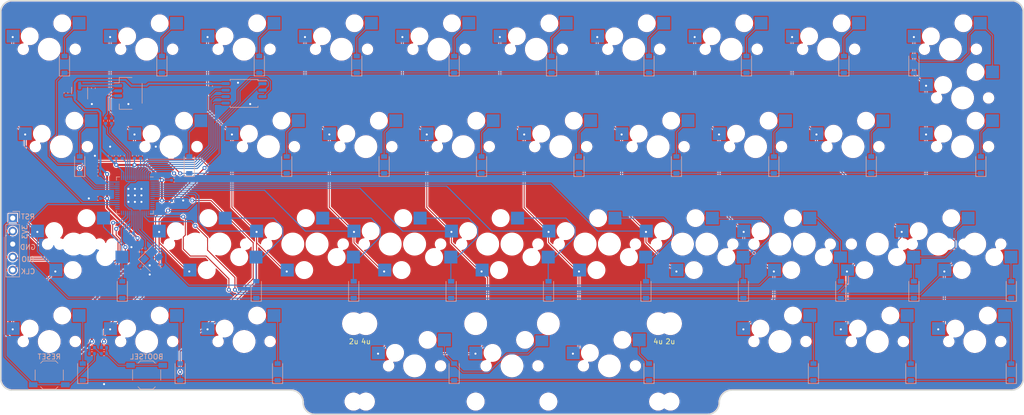
<source format=kicad_pcb>
(kicad_pcb (version 20221018) (generator pcbnew)
  (layers (0 "F.Cu" signal) (31 "B.Cu" signal) (34 "B.Paste" user) (35 "F.Paste" user) (36 "B.SilkS" user "B.Silkscreen") (37 "F.SilkS" user "F.Silkscreen") (38 "B.Mask" user) (39 "F.Mask" user) (44 "Edge.Cuts" user))
  (net 0 "")
  (net 1 "+1V1")
  (net 2 "GND")
  (net 3 "+3V3")
  (net 4 "XTAL_IN")
  (net 5 "Net-(C_Crystal2-Pad2)")
  (net 6 "+5V")
  (net 7 "row0")
  (net 8 "row1")
  (net 9 "row2")
  (net 10 "row3")
  (net 11 "D-")
  (net 12 "D+")
  (net 13 "RESET")
  (net 14 "SWDIO")
  (net 15 "SWCLK")
  (net 16 "col0")
  (net 17 "col1")
  (net 18 "col2")
  (net 19 "col3")
  (net 20 "col4")
  (net 21 "col5")
  (net 22 "col6")
  (net 23 "col7")
  (net 24 "col8")
  (net 25 "col9")
  (net 26 "XTAL_OUT")
  (net 27 "Net-(D1-A)")
  (net 28 "Net-(D2-A)")
  (net 29 "Net-(R_Flash1-Pad1)")
  (net 30 "CS")
  (net 31 "Net-(D3-A)")
  (net 32 "Net-(D4-A)")
  (net 33 "Net-(D5-A)")
  (net 34 "Net-(D6-A)")
  (net 35 "Net-(D7-A)")
  (net 36 "Net-(D8-A)")
  (net 37 "Net-(D9-A)")
  (net 38 "Net-(D10-A)")
  (net 39 "Net-(D11-A)")
  (net 40 "Net-(D12-A)")
  (net 41 "Net-(D13-A)")
  (net 42 "Net-(D14-A)")
  (net 43 "Net-(D15-A)")
  (net 44 "Net-(D16-A)")
  (net 45 "Net-(D17-A)")
  (net 46 "Net-(D18-A)")
  (net 47 "SD3")
  (net 48 "QSPI_CLK")
  (net 49 "SD0")
  (net 50 "SD2")
  (net 51 "SD1")
  (net 52 "Net-(D19-A)")
  (net 53 "Net-(D20-A)")
  (net 54 "Net-(D21-A)")
  (net 55 "Net-(D22-A)")
  (net 56 "Net-(D23-A)")
  (net 57 "Net-(D24-A)")
  (net 58 "Net-(D25-A)")
  (net 59 "Net-(D26-A)")
  (net 60 "Net-(D27-A)")
  (net 61 "Net-(D28-A)")
  (net 62 "Net-(D29-A)")
  (net 63 "Net-(D30-A)")
  (net 64 "Net-(D31-A)")
  (net 65 "Net-(D32-A)")
  (net 66 "Net-(D33-A)")
  (net 67 "Net-(D34-A)")
  (net 68 "Net-(D35-A)")
  (net 69 "Net-(D36-A)")
  (net 70 "Net-(D37-A)")
  (net 71 "Net-(D38-A)")
  (net 88 "Net-(R_Flash2-Pad2)")
  (net 89 "+")
  (net 90 "-")
  (footprint "MX_Only:MXOnly-1.5U-Hotswap" (layer "B.Cu") (at 233.3625 45.24375 180)
    (fp_text reference "MX35" hide)
    (fp_text value "CPG151101S11")
  )
  (footprint "Capacitor_SMD:C_0402_1005Metric" (layer "B.Cu") (at 75.009438 66.079743 90)
    (fp_text reference "C_1V-Decoup2" hide)
    (fp_text value "100n" hide)
  )
  (footprint "MX_Only:MXOnly-1U-Hotswap" (layer "B.Cu") (at 57.15 102.39375 180)
    (fp_text reference "MX4" hide)
    (fp_text value "CPG151101S11")
  )
  (footprint "MX_Only:MXOnly-1U-Hotswap" (layer "B.Cu") (at 57.15 45.24375 180)
    (fp_text reference "MX1" hide)
    (fp_text value "CPG151101S11")
  )
  (footprint "Diode_SMD:D_SOD-123" (layer "B.Cu") (at 84.534446 67.865682 90)
    (fp_text reference "D6" hide)
    (fp_text value "1N4148W" hide)
  )
  (footprint "Diode_SMD:D_SOD-123" (layer "B.Cu") (at 122.634478 67.865682 90)
    (fp_text reference "D14" hide)
    (fp_text value "1N4148W" hide)
  )
  (footprint "Capacitor_SMD:C_0402_1005Metric" (layer "B.Cu") (at 78.761881 87.691576 45)
    (fp_text reference "C_Crystal1" hide)
    (fp_text value "22p" hide)
  )
  (footprint "Button_Switch_SMD:SW_SPST_TL3342" (layer "B.Cu") (at 57.150048 108.942279 180)
    (fp_text reference "SW2" hide)
    (fp_text value "RESET")
  )
  (footprint "MX_Only:MXOnly-1U-Hotswap" (layer "B.Cu") (at 161.925 83.34375 180)
    (fp_text reference "MX22" hide)
    (fp_text value "CPG151101S11")
  )
  (footprint "Diode_SMD:D_SOD-123" (layer "B.Cu") (at 245.268956 92.273515 90)
    (fp_text reference "D37" hide)
    (fp_text value "1N4148W" hide)
  )
  (footprint "Resistor_SMD:R_0402_1005Metric" (layer "B.Cu") (at 75.604751 84.534446 45)
    (fp_text reference "R_Crystal1" hide)
    (fp_text value "1k" hide)
  )
  (footprint "MX_Only:MXOnly-1U-Hotswap" (layer "B.Cu") (at 138.1125 64.29375 180)
    (fp_text reference "MX17" hide)
    (fp_text value "CPG151101S11")
  )
  (footprint "MX_Only:MXOnly-1U-Hotswap" (layer "B.Cu") (at 128.587554 83.34387)
    (fp_text reference "MX43" hide)
    (fp_text value "CPG151101S11")
  )
  (footprint "MX_Only:MXOnly-1.25U-Hotswap" (layer "B.Cu") (at 59.53125 64.29375 180)
    (fp_text reference "MX2" hide)
    (fp_text value "CPG151101S11")
  )
  (footprint "MX_Only:MXOnly-1U-Hotswap" (layer "B.Cu") (at 104.775 83.34375 180)
    (fp_text reference "MX11" hide)
    (fp_text value "CPG151101S11")
  )
  (footprint "Resistor_SMD:R_0402_1005Metric" (layer "B.Cu") (at 65.48443 103.584462)
    (fp_text reference "R_Flash2" hide)
    (fp_text value "5k1" hide)
  )
  (footprint "MX_Only:MXOnly-1U-Hotswap" (layer "B.Cu") (at 100.0125 64.29375 180)
    (fp_text reference "MX10" hide)
    (fp_text value "CPG151101S11")
  )
  (footprint "MX_Only:MXOnly-1U-Hotswap" (layer "B.Cu") (at 142.875 83.34375 180)
    (fp_text reference "MX18" hide)
    (fp_text value "CPG151101S11")
  )
  (footprint "Diode_SMD:D_SOD-123" (layer "B.Cu") (at 141.684494 67.865682 90)
    (fp_text reference "D17" hide)
    (fp_text value "1N4148W" hide)
  )
  (footprint "MX_Only:MXOnly-1U-Hotswap" (layer "B.Cu") (at 200.025 102.39375 180)
    (fp_text reference "MX30" hide)
    (fp_text value "CPG151101S11")
  )
  (footprint "Resistor_SMD:R_0402_1005Metric" (layer "B.Cu") (at 67.865682 103.584462 180)
    (fp_text reference "R_Flash1" hide)
    (fp_text value "1k" hide)
  )
  (footprint "Button_Switch_SMD:SW_SPST_TL3342" (layer "B.Cu") (at 76.200064 108.942279)
    (fp_text reference "SW1" hide)
    (fp_text value "BOOTSEL")
  )
  (footprint "Resistor_SMD:R_0402_1005Metric" (layer "B.Cu") (at 67.865681 104.775088)
    (fp_text reference "R_Flash3" hide)
    (fp_text value "5k1" hide)
  )
  (footprint "Diode_SMD:D_SOD-123" (layer "B.Cu") (at 82.748507 108.346966 90)
    (fp_text reference "D8" hide)
    (fp_text value "1N4148W" hide)
  )
  (footprint "Diode_SMD:D_SOD-123" (layer "B.Cu") (at 155.37696 48.220353 90)
    (fp_text reference "D20" hide)
    (fp_text value "1N4148W" hide)
  )
  (footprint "MX_Only:MXOnly-ISO-Hotswap-ReversedStabilizers" (layer "B.Cu") (at 235.743948 54.768796 180)
    (fp_text reference "MX49")
    (fp_text value "CPG151101S11")
  )
  (footprint "Diode_SMD:D_SOD-123" (layer "B.Cu") (at 135.731364 92.273515 90)
    (fp_text reference "D15" hide)
    (fp_text value "1N4148W" hide)
  )
  (footprint "Diode_SMD:D_SOD-123" (layer "B.Cu") (at 212.526741 48.220353 90)
    (fp_text reference "D31" hide)
    (fp_text value "1N4148W" hide)
  )
  (footprint "Capacitor_SMD:C_0402_1005Metric" (layer "B.Cu") (at 69.056424 66.079854 90)
    (fp_text reference "C_3V-Decoup2" hide)
    (fp_text value "1u" hide)
  )
  (footprint "MX_Only:MXOnly-2U-Hotswap-ReversedStabilizers" (layer "B.Cu") (at 166.6875 107.15652 180)
    (fp_text reference "MX23" hide)
    (fp_text value "CPG151101S11")
  )
  (footprint "Diode_SMD:D_SOD-123" (layer "B.Cu") (at 117.276864 48.220353 90)
    (fp_text reference "D13" hide)
    (fp_text value "1N4148W" hide)
  )
  (footprint "MX_Only:MXOnly-1U-Hotswap" (layer "B.Cu") (at 185.737554 83.34382)
    (fp_text reference "MX46" hide)
    (fp_text value "CPG151101S11")
  )
  (footprint "Diode_SMD:D_SOD-123" (layer "B.Cu") (at 174.426709 108.346966 90)
    (fp_text reference "D23" hide)
    (fp_text value "1N4148W" hide)
  )
  (footprint "MX_Only:MXOnly-1.75U-Hotswap" (layer "B.Cu") (at 230.981304 83.34403 180)
    (fp_text reference "MX48")
    (fp_text value "CPG151101S11")
  )
  (footprint "MX_Only:MXOnly-1U-Hotswap" (layer "B.Cu") (at 219.075 83.34375)
    (fp_text reference "MX33" hide)
    (fp_text value "CPG151101S11")
  )
  (footprint "Capacitor_SMD:C_0402_1005Metric" (layer "B.Cu") (at 70.246932 66.079854 90)
    (fp_text reference "C_3V-Decoup7" hide)
    (fp_text value "100n" hide)
  )
  (footprint "Diode_SMD:D_SOD-123" (layer "B.Cu") (at 217.884558 67.865682 90)
    (fp_text reference "D32" hide)
    (fp_text value "1N4148W" hide)
  )
  (footprint "Diode_SMD:D_SOD-123" (layer "B.Cu") (at 63.698491 108.346966 90)
    (fp_text reference "D4" hide)
    (fp_text value "1N4148W" hide)
  )
  (footprint "MX_Only:MXOnly-1U-Hotswap" (layer "B.Cu") (at 114.3 45.24375 180)
    (fp_text reference "MX13" hide)
    (fp_text value "CPG151101S11")
  )
  (footprint "Capacitor_SMD:C_0402_1005Metric" (layer "B.Cu") (at 81.557881 74.818936)
    (fp_text reference "C_3V-Decoup9" hide)
    (fp_text value "100n" hide)
  )
  (footprint "Capacitor_SMD:C_0402_1005Metric" (layer "B.Cu") (at 66.675056 74.414125 180)
    (fp_text reference "C_3V-Decoup4" hide)
    (fp_text value "100n" hide)
  )
  (footprint "Diode_SMD:D_SOD-123" (layer "B.Cu") (at 192.881412 92.273515 90)
    (fp_text reference "D26" hide)
    (fp_text value "1N4148W" hide)
  )
  (footprint "MX_Only:MXOnly-1U-Hotswap" (layer "B.Cu") (at 200.025 83.34375 180)
    (fp_text reference "MX29" hide)
    (fp_text value "CPG151101S11")
  )
  (footprint "Diode_SMD:D_SOD-123" (layer "B.Cu") (at 198.834542 67.865682 90)
    (fp_text reference "D28" hide)
    (fp_text value "1N4148W" hide)
  )
  (footprint "MX_Only:MXOnly-1U-Hotswap" (layer "B.Cu") (at 123.825 83.34375 180)
    (fp_text reference "MX15" hide)
    (fp_text value "CPG151101S11")
  )
  (footprint "Resistor_SMD:R_0402_1005Metric" (layer "B.Cu") (at 69.354079 59.233743 -90)
    (fp_text reference "R_DATA1" hide)
    (fp_text value "27" hide)
  )
  (footprint "MX_Only:MXOnly-1U-Hotswap" (layer "B.Cu") (at 90.487554 83.34382)
    (fp_text reference "MX41" hide)
    (fp_text value "CPG151101S11")
  )
  (footprint "MX_Only:MXOnly-2U-Hotswap-ReversedStabilizers" (layer "B.Cu") (at 147.6375 107.15652 180)
    (fp_text reference "MX39" hide)
    (fp_text value "CPG151101S11")
  )
  (footprint "MX_Only:MXOnly-1U-Hotswap" (layer "B.Cu") (at 119.0625 64.29375 180)
    (fp_text reference "MX14" hide)
    (fp_text value "CPG151101S11")
  )
  (footprint "MX_Only:MXOnly-1U-Hotswap" (layer "B.Cu") (at 133.35 45.24375 180)
    (fp_text reference "MX16" hide)
    (fp_text value "CPG151101S11")
  )
  (footprint "MX_Only:MXOnly-1U-Hotswap" (layer "B.Cu") (at 76.2 45.24375 180)
    (fp_text reference "MX5" hide)
    (fp_text value "CPG151101S11")
  )
  (footprint "Capacitor_SMD:C_0402_1005Metric" (layer "B.Cu") (at 73.223499 81.557881 -135)
    (fp_text reference "C_3V-Decoup8" hide)
    (fp_text value "100n" hide)
  )
  (footprint "MX_Only:MXOnly-1.75U-Hotswap" (layer "B.Cu") (at 64.293804 83.34382)
    (fp_text reference "MX40")
    (fp_text value "CPG151101S11")
  )
  (footprint "MX_Only:MXOnly-1U-Hotswap" (layer "B.Cu") (at 171.45 45.24375 180)
    (fp_text reference "MX24" hide)
    (fp_text value "CPG151101S11")
  )
  (footprint "Capacitor_SMD:C_0402_1005Metric" (layer "B.Cu") (at 88.701637 52.450917 -90)
    (fp_text reference "C_Flash1" hide)
    (fp_text value "100n" hide)
  )
  (footprint "MX_Only:MXOnly-1U-Hotswap" (layer "B.Cu") (at 204.787554 83.34382)
    (fp_text reference "MX47" hide)
    (fp_text value "CPG151101S11")
  )
  (footprint "MX_Only:MXOnly-1U-Hotswap" (layer "B.Cu") (at 157.1625 64.29375 180)
    (fp_text reference "MX21" hide)
    (fp_text value "CPG151101S11")
  )
  (footprint "MX_Only:MXOnly-1U-Hotswap" (layer "B.Cu") (at 214.3125 64.29375 180)
    (fp_text reference "MX32" hide)
    (fp_text value "CPG151101S11")
  )
  (footprint "MX_Only:MXOnly-1U-Hotswap" (layer "B.Cu") (at 238.125 102.39375 180)
    (fp_text reference "MX38" hide)
    (fp_text value "CPG151101S11")
  )
  (footprint "Diode_SMD:D_SOD-123" (layer "B.Cu") (at 103.584462 67.865682 90)
    (fp_text reference "D10" hide)
    (fp_text value "1N4148W" hide)
  )
  (footprint "MX_Only:MXOnly-1U-Hotswap" (layer "B.Cu") (at 152.4 45.24375 180)
    (fp_text reference "MX20" hide)
    (fp_text value "CPG151101S11")
  )
  (footprint "Diode_SMD:D_SOD-123" (layer "B.Cu") (at 226.21894 48.220353 90)
    (fp_text reference "D35" hide)
    (fp_text value "1N4148W" hide)
  )
  (footprint "MX_Only:MXOnly-1U-Hotswap" (layer "B.Cu") (at 80.9625 64.29375 180)
    (fp_text reference "MX6" hide)
    (fp_text value "CPG151101S11")
  )
  (footprint "Diode_SMD:D_SOD-123" (layer "B.Cu") (at 245.268956 108.346966 90)
    (fp_text reference "D38" hide)
    (fp_text value "1N4148W" hide)
  )
  (footprint "Diode_SMD:D_SOD-123" (layer "B.Cu") (at 136.326677 108.346966 90)
    (fp_text reference "D19" hide)
    (fp_text value "1N4148W" hide)
  )
  (footprint "Package_TO_SOT_SMD:SOT-23" (layer "B.Cu") (at 63.103284 53.313417 90)
    (fp_text reference "U3" hide)
    (fp_text value "XC6206P332MR" hide)
  )
  (footprint "MX_Only:MXOnly-1.25U-Hotswap" (layer "B.Cu") (at 235.74375 64.29375 180)
    (fp_text reference "MX36" hide)
    (fp_text value "CPG151101S11")
  )
  (footprint "Diode_SMD:D_SOD-123" (layer "B.Cu") (at 179.784526 67.865682 90)
    (fp_text reference "D25" hide)
    (fp_text value "1N4148W" hide)
  )
  (footprint "MX_Only:MXOnly-1U-Hotswap" (layer "B.Cu") (at 238.1252 83.34375)
    (fp_text reference "MX37" hide)
    (fp_text value "CPG151101S11")
  )
  (footprint "MX_Only:MXOnly-1U-Hotswap" (layer "B.Cu") (at 76.2 102.39375 180)
    (fp_text reference "MX8" hide)
    (fp_text value "CPG151101S11")
  )
  (footprint "Diode_SMD:D_SOD-123" (layer "B.Cu") (at 116.681348 92.273515 90)
    (fp_text reference "D11" hide)
    (fp_text value "1N4148W" hide)
  )
  (footprint "Capacitor_SMD:C_0402_1005Metric" (layer "B.Cu") (at 72.381598 80.71598 -135)
    (fp_text reference "C_1V-Decoup3" hide)
    (fp_text value "100n" hide)
  )
  (footprint "MX_Only:MXOnly-1U-Hotswap" (layer "B.Cu") (at 180.975 83.34375 180)
    (fp_text reference "MX26" hide)
    (fp_text value "CPG151101S11")
  )
  (footprint "Diode_SMD:D_SOD-123" (layer "B.Cu") (at 154.78138 92.273515 90)
    (fp_text reference "D18" hide)
    (fp_text value "1N4148W" hide)
  )
  (footprint "MX_Only:MXOnly-1U-Hotswap" (layer "B.Cu") (at 95.25 45.24375 180)
    (fp_text reference "MX9" hide)
    (fp_text value "CPG151101S11")
  )
  (footprint "Diode_SMD:D_SOD-123" (layer "B.Cu") (at 225.623627 108.346966 90)
    (fp_text reference "D34" hide)
    (fp_text value "1N4148W" hide)
  )
  (footprint "Diode_SMD:D_SOD-123" (layer "B.Cu") (at 63.103178 67.865682 90)
    (fp_text reference "D2" hide)
    (fp_text value "1N4148W" hide)
  )
  (footprint "Diode_SMD:D_SOD-123" (layer "B.Cu") (at 71.43756 92.273515 90)
    (fp_text reference "D3" hide)
    (fp_text value "1N4148W" hide)
  )
  (footprint "Diode_SMD:D_SOD-123" (layer "B.Cu") (at 211.931428 92.273515 90)
    (fp_text reference "D29" hide)
    (fp_text value "1N4148W" hide)
  )
  (footprint "MX_Only:MXOnly-1U-Hotswap" (layer "B.Cu") (at 147.637554 83.34382)
    (fp_text reference "MX44" hide)
    (fp_text value "CPG151101S11")
  )
  (footprint "Diode_SMD:D_SOD-123" (layer "B.Cu") (at 136.326912 48.220353 90)
    (fp_text reference "D16" hide)
    (fp_text value "1N4148W" hide)
  )
  (footprint "Capacitor_SMD:C_0402_1005Metric" (layer "B.Cu") (at 81.557881 70.842247)
    (fp_text reference "C_3V-Decoup6" hide)
    (fp_text value "100n" hide)
  )
  (footprint "MX_Only:MXOnly-1U-Hotswap" (layer "B.Cu") (at 166.687554 83.34387)
    (fp_text reference "MX45" hide)
    (fp_text value "CPG151101S11")
  )
  (footprint "Diode_SMD:D_SOD-123" (layer "B.Cu") (at 206.573611 108.346966 90)
    (fp_text reference "D30" hide)
    (fp_text value "1N4148W" hide)
  )
  (footprint "Diode_SMD:D_SOD-123" (layer "B.Cu") (at 60.126613 48.220353 90)
    (fp_text reference "D1" hide)
    (fp_text value "1N4148W" hide)
  )
  (footprint "Capacitor_SMD:C_0402_1005Metric" (layer "B.Cu") (at 66.675056 68.460995 180)
    (fp_text reference "C_3V-Decoup1" hide)
    (fp_text value "10u" hide)
  )
  (footprint "Capacitor_SMD:C_0402_1005Metric" (layer "B.Cu") (at 65.782197 52.855917 -90)
    (fp_text reference "C_LD1" hide)
    (fp_text value "1u" hide)
  )
  (footprint "MX_Only:MXOnly-1U-Hotswap" (layer "B.Cu") (at 85.725 83.34375 180)
    (fp_text reference "MX7" hide)
    (fp_text value "CPG151101S11")
  )
  (footprint "Resistor_SMD:R_0402_1005Metric" (layer "B.Cu") (at 65.48443 104.775088)
    (fp_text reference "R_RST1" hide)
    (fp_text value "5k1" hide)
  )
  (footprint "MX_Only:MXOnly-1U-Hotswap" (layer "B.Cu") (at 95.25 102.39375 180)
    (fp_text reference "MX12" hide)
    (fp_text value "CPG151101S11")
  )
  (footprint "MX_Only:MXOnly-1.5U-Hotswap" (layer "B.Cu") (at 61.9125 83.34375 180)
    (fp_text reference "MX3" hide)
    (fp_text value "CPG151101S11")
  )
  (footprint "Package_SO:SOIC-8_5.23x5.23mm_P1.27mm" (layer "B.Cu") (at 95.25008 53.875917 180)
    (fp_text reference "U2" hide)
    (fp_text value "W25Q128JVS" hide)
  )
  (footprint "Diode_SMD:D_SOD-123" (layer "B.Cu") (at 226.21894 92.273515 90)
    (fp_text reference "D33" hide)
    (fp_text value "1N4148W" hide)
  )
  (footprint "Diode_SMD:D_SOD-123" (layer "B.Cu") (at 239.315826 67.865682 90)
    (fp_text reference "D36" hide)
    (fp_text value "1N4148W" hide)
  )
  (footprint "Diode_SMD:D_SOD-123" (layer "B.Cu") (at 97.631332 92.273515 90)
    (fp_text reference "D7" hide)
    (fp_text value "1N4148W" hide)
  )
  (footprint "MX_Only:MXOnly-1U-Hotswap" (layer "B.Cu") (at 109.537554 83.34387)
    (fp_text reference "MX42" hide)
    (fp_text value "CPG151101S11")
  )
  (footprint "Diode_SMD:D_SOD-123" (layer "B.Cu") (at 101.798523 108.346966 90)
    (fp_text reference "D12" hide)
    (fp_text value "1N4148W" hide)
  )
  (footprint "Capacitor_SMD:C_0402_1005Metric" (layer "B.Cu") (at 71.43756 66.079854 90)
    (fp_text reference "C_1V-Decoup1" hide)
    (fp_text value "1u" hide)
  )
  (footprint "Capacitor_SMD:C_0402_1005Metric" (layer "B.Cu") (at 73.818812 66.079743 90)
    (fp_text reference "C_3V-Decoup3" hide)
    (fp_text value "100n" hide)
  )
  (footprint "MX_Only:MXOnly-1U-Hotswap" (layer "B.Cu") (at 190.5 45.24375 180)
    (fp_text reference "MX27" hide)
    (fp_text value "CPG151101S11")
  )
  (footprint "Diode_SMD:D_SOD-123" (layer "B.Cu") (at 173.831396 92.273515 90)
    (fp_text reference "D22" hide)
    (fp_text value "1N4148W" hide)
  )
  (footprint "cipulot_parts:RP2040-QFN-56" (layer "B.Cu") (at 73.903308 73.818936 180)
    (fp_text reference "U1" hide)
    (fp_text value "RP2040" hide)
  )
  (footprint "Connector_PinHeader_2.54mm:PinHeader_1x05_P2.54mm_Vertical" (layer "B.Cu") (at 50.006292 78.26382 180)
    (fp_text reference "J2" hide)
    (fp_text value "SWD" hide)
  )
  (footprint "Diode_SMD:D_SOD-123" (layer "B.Cu") (at 193.476725 48.220353 90)
    (fp_text reference "D27" hide)
    (fp_text value "1N4148W" hide)
  )
  (footprint "Capacitor_SMD:C_0402_1005Metric" (layer "B.Cu") (at 75.26534 87.98359 135)
    (fp_text reference "C_Crystal2" hide)
    (fp_text value "22p" hide)
  )
  (footprint "MX_Only:MXOnly-1U-Hotswap" (layer "B.Cu") (at 195.2625 64.29375 180)
    (fp_text reference "MX28" hide)
    (fp_text value "CPG151101S11")
  )
  (footprint "MX_Only:MXOnly-1U-Hotswap" (layer "B.Cu") (at 176.2125 64.29375 180)
    (fp_text reference "MX25" hide)
    (fp_text value "CPG151101S11")
  )
  (footprint "Diode_SMD:D_SOD-123" (layer "B.Cu") (at 98.226645 48.220353 90)
    (fp_text reference "D9" hide)
    (fp_text value "1N4148W" hide)
  )
  (footprint "Diode_SMD:D_SOD-123" (layer "B.Cu") (at 174.426709 48.220353 90)
    (fp_text reference "D24" hide)
    (fp_text value "1N4148W" hide)
  )
  (footprint "Capacitor_SMD:C_0402_1005Metric" (layer "B.Cu") (at 66.675056 69.651621 180)
    (fp_text reference "C_3V-Decoup5" hide)
    (fp_text value "100n" hide)
  )
  (footprint "Resistor_SMD:R_0402_1005Metric" (layer "B.Cu") (at 68.163453 59.233743 -90)
    (fp_text reference "R_DATA2" hide)
    (fp_text value "27" hide)
  )
  (footprint "MX_Only:MXOnly-1U-Hotswap" (layer "B.Cu") (at 219.075 102.39375 180)
    (fp_text reference "MX34" hide)
    (fp_text value "CPG151101S11")
  )
  (footprint "Capacitor_SMD:C_0402_1005Metric" (layer "B.Cu") (at 60.424371 53.770917 90)
    (fp_text reference "C_LD2" hide)
    (fp_text value "1u" hide)
  )
  (footprint "Connector_JST:JST_SH_SM04B-SRSS-TB_1x04-1MP_P1.00mm_Horizontal" (layer "B.Cu") (at 72.628308 53.875917 -90)
    (fp_text reference "J1" hide)
    (fp_text value "SM04B-SRSS-TB(LF)(SN)" hide)
  )
  (footprint "MX_Only:MXOnly-2U-Hotswap-ReversedStabilizers" (layer "B.Cu") (at 128.5875 107.15652 180)
    (fp_text reference "MX19" hide)
    (fp_text value "CPG151101S11")
  )
  (footprint "Diode_SMD:D_SOD-123" (layer "B.Cu") (at 160.73451 67.865682 90)
    (fp_text reference "D21" hide)
    (fp_text value "1N4148W" hide)
  )
  (footprint "Crystal:Crystal_SMD_3225-4Pin_3.2x2.5mm" (layer "B.Cu") (at 77.159618 86.089313 45)
    (fp_text reference "Y1" hide)
    (fp_text value "12MHz" hide)
  )
  (footprint "Diode_SMD:D_SOD-123" (layer "B.Cu") (at 79.176629 48.220353 90)
    (fp_text reference "D5" hide)
    (fp_text value "1N4148W" hide)
  )
  (footprint "MX_Only:MXOnly-1U-Hotswap" (layer "B.Cu") (at 209.55 45.24375 180)
    (fp_text reference "MX31" hide)
    (fp_text value "CPG151101S11")
  )
  (gr_arc (start 47.625 37.816695) (mid 48.402534 36.284445) (end 50.025 35.71875) (stroke (width 0.2)) (layer "Edge.Cuts"))
  (gr_line (start 50.025 35.71875) (end 245.575 35.71875) (stroke (width 0.2)) (layer "Edge.Cuts"))
  (gr_arc (start 104.464786 111.91875) (mid 106.149651 112.727629) (end 106.769059 114.490976) (stroke (width 0.2)) (layer "Edge.Cuts"))
  (gr_arc (start 49.725 111.91875) (mid 48.186856 111.128971) (end 47.625 109.49375) (stroke (width 0.2)) (layer "Edge.Cuts"))
  (gr_line (start 109.239786 116.68125) (end 185.725 116.68125) (stroke (width 0.2)) (layer "Edge.Cuts"))
  (gr_arc (start 247.65 109.805616) (mid 246.870183 111.347288) (end 245.239786 111.91875) (stroke (width 0.2)) (layer "Edge.Cuts"))
  (gr_arc (start 109.239786 116.68125) (mid 107.550805 116.097813) (end 106.769059 114.490976) (stroke (width 0.2)) (layer "Edge.Cuts"))
  (gr_arc (start 188.195727 114.461762) (mid 188.82117 112.712988) (end 190.5 111.91875) (stroke (width 0.2)) (layer "Edge.Cuts"))
  (gr_line (start 190.5 111.91875) (end 245.239786 111.91875) (stroke (width 0.2)) (layer "Edge.Cuts"))
  (gr_line (start 47.625 109.49375) (end 47.625 37.816695) (stroke (width 0.2)) (layer "Edge.Cuts"))
  (gr_line (start 49.725 111.91875) (end 104.464786 111.91875) (stroke (width 0.2)) (layer "Edge.Cuts"))
  (gr_arc (start 245.575 35.71875) (mid 247.092505 36.493769) (end 247.65 38.103964) (stroke (width 0.2)) (layer "Edge.Cuts"))
  (gr_line (start 247.65 38.103964) (end 247.65 109.805616) (stroke (width 0.2)) (layer "Edge.Cuts"))
  (gr_arc (start 188.195727 114.461762) (mid 187.420038 116.083223) (end 185.725 116.68125) (stroke (width 0.2)) (layer "Edge.Cuts"))
  (gr_text "3V3" (at 52.387632 80.962568 90) (layer "B.SilkS") (effects (font (size 1 1)) (justify mirror)))
  (gr_text "RST\n" (at 52.982857 77.986003) (layer "B.SilkS") (effects (font (size 1 1)) (justify mirror)))
  (gr_text "GND" (at 52.982857 83.939133) (layer "B.SilkS") (effects (font (size 1 1)) (justify mirror)))
  (gr_text "CLK" (at 52.982857 88.701637) (layer "B.SilkS") (effects (font (size 1 1)) (justify mirror)))
  (gr_text "DIO" (at 52.982857 86.320385) (layer "B.SilkS") (effects (font (size 1 1)) (justify mirror)))
  (gr_text "4u" (at 176.212648 102.393836) (layer "F.SilkS") (effects (font (size 1 1))))
  (gr_text "2u" (at 116.681348 102.393836) (layer "F.SilkS") (effects (font (size 1 1))))
  (gr_text "4u" (at 119.075 102.393836) (layer "F.SilkS") (effects (font (size 1 1))))
  (gr_text "2u" (at 178.5939 102.393836) (layer "F.SilkS") (effects (font (size 1 1))))
  (segment (start 74.103308 70.913911) (end 74.103308 70.381436) (width 0.2) (layer "B.Cu") (net 1))
  (segment (start 72.103308 67.225602) (end 71.43756 66.559854) (width 0.2) (layer "B.Cu") (net 1))
  (segment (start 72.708333 76.518936) (end 71.928308 75.738911) (width 0.2) (layer "B.Cu") (net 1))
  (segment (start 74.103308 68.571136) (end 75.009438 67.665006) (width 0.2) (layer "B.Cu") (net 1))
  (segment (start 73.898283 71.118936) (end 74.103308 70.913911) (width 0.2) (layer "B.Cu") (net 1))
  (segment (start 72.103308 70.381436) (end 72.103308 67.225602) (width 0.2) (layer "B.Cu") (net 1))
  (segment (start 74.103308 70.381436) (end 74.103308 68.571136) (width 0.2) (layer "B.Cu") (net 1))
  (segment (start 71.928308 72.137438) (end 72.94681 71.118936) (width 0.2) (layer "B.Cu") (net 1))
  (segment (start 72.103308 70.381436) (end 72.103308 70.913911) (width 0.2) (layer "B.Cu") (net 1))
  (segment (start 73.303308 77.256436) (end 73.303308 79.79427) (width 0.2) (layer "B.Cu") (net 1))
  (segment (start 75.009438 67.665006) (end 75.009438 66.559743) (width 0.2) (layer "B.Cu") (net 1))
  (segment (start 72.94681 71.118936) (end 73.898283 71.118936) (width 0.2) (layer "B.Cu") (net 1))
  (segment (start 73.303308 76.723961) (end 73.303308 77.256436) (width 0.2) (layer "B.Cu") (net 1))
  (segment (start 72.708333 76.518936) (end 73.098283 76.518936) (width 0.2) (layer "B.Cu") (net 1))
  (segment (start 71.928308 75.738911) (end 71.928308 72.137438) (width 0.2) (layer "B.Cu") (net 1))
  (segment (start 73.098283 76.518936) (end 73.303308 76.723961) (width 0.2) (layer "B.Cu") (net 1))
  (segment (start 72.308333 71.118936) (end 73.898283 71.118936) (width 0.2) (layer "B.Cu") (net 1))
  (segment (start 72.103308 70.913911) (end 72.308333 71.118936) (width 0.2) (layer "B.Cu") (net 1))
  (segment (start 73.303308 79.79427) (end 72.721009 80.376569) (width 0.2) (layer "B.Cu") (net 1))
  (via (at 72.628186 55.959422) (size 0.8) (drill 0.4) (layers "F.Cu" "B.Cu") (net 2))
  (via (at 94.059454 51.792231) (size 0.8) (drill 0.4) (layers "F.Cu" "B.Cu") (net 2))
  (via (at 76.795377 89.29695) (size 0.8) (drill 0.4) (layers "F.Cu" "B.Cu") (net 2))
  (via (at 77.986003 64.293804) (size 0.8) (drill 0.4) (layers "F.Cu" "B.Cu") (net 2))
  (via (at 73.223499 83.939133) (size 0.8) (drill 0.4) (layers "F.Cu" "B.Cu") (net 2))
  (via (at 65.48443 55.959422) (size 0.8) (drill 0.4) (layers "F.Cu" "B.Cu") (net 2))
  (via (at 83.34382 74.818936) (size 0.8) (drill 0.4) (layers "F.Cu" "B.Cu") (net 2))
  (via (at 67.865682 110.728218) (size 0.8) (drill 0.4) (layers "F.Cu" "B.Cu") (net 2))
  (via (at 66.079743 66.079743) (size 0.8) (drill 0.4) (layers "F.Cu" "B.Cu") (net 2))
  (via (at 76.795377 87.511011) (size 0.8) (drill 0.4) (layers "F.Cu" "B.Cu") (net 2))
  (via (at 69.056308 64.293804) (size 0.8) (drill 0.4) (layers "F.Cu" "B.Cu") (net 2))
  (via (at 96.440706 55.959422) (size 0.8) (drill 0.4) (layers "F.Cu" "B.Cu") (net 2))
  (via (at 64.889117 74.414125) (size 0.8) (drill 0.4) (layers "F.Cu" "B.Cu") (net 2))
  (segment (start 68.460995 76.200064) (end 74.414125 82.153194) (width 0.4) (layer "F.Cu") (net 3))
  (segment (start 52.63841 104.84165) (end 48.756292 100.959532) (width 0.4) (layer "F.Cu") (net 3))
  (segment (start 65.48443 94.776398) (end 74.414125 85.846703) (width 0.4) (layer "F.Cu") (net 3))
  (segment (start 79.176629 70.842247) (end 76.200064 67.865682) (width 0.4) (layer "F.Cu") (net 3))
  (segment (start 79.176629 70.842247) (end 79.176629 74.818936) (width 0.4) (layer "F.Cu") (net 3))
  (segment (start 48.756292 82.05382) (end 50.006292 80.80382) (width 0.4) (layer "F.Cu") (net 3))
  (segment (start 65.48443 102.393836) (end 65.48443 94.776398) (width 0.4) (layer "F.Cu") (net 3))
  (segment (start 73.818812 67.865682) (end 70.246934 67.865682) (width 0.4) (layer "F.Cu") (net 3))
  (segment (start 76.200064 67.865682) (end 73.818812 67.865682) (width 0.4) (layer "F.Cu") (net 3))
  (segment (start 65.48443 102.393836) (end 63.036616 104.84165) (width 0.4) (layer "F.Cu") (net 3))
  (segment (start 63.036616 104.84165) (end 52.63841 104.84165) (width 0.4) (layer "F.Cu") (net 3))
  (segment (start 68.460995 74.414125) (end 68.460995 76.200064) (width 0.4) (layer "F.Cu") (net 3))
  (segment (start 48.756292 100.959532) (end 48.756292 82.05382) (width 0.4) (layer "F.Cu") (net 3))
  (segment (start 74.414125 85.846703) (end 74.414125 82.153194) (width 0.4) (layer "F.Cu") (net 3))
  (segment (start 68.460995 69.651621) (end 68.460995 74.414125) (width 0.4) (layer "F.Cu") (net 3))
  (via (at 68.460995 74.414125) (size 0.8) (drill 0.4) (layers "F.Cu" "B.Cu") (net 3))
  (via (at 73.818812 67.865682) (size 0.8) (drill 0.4) (layers "F.Cu" "B.Cu") (net 3))
  (via (at 70.246934 67.865682) (size 0.8) (drill 0.4) (layers "F.Cu" "B.Cu") (net 3))
  (via (at 74.414125 82.153194) (size 0.8) (drill 0.4) (layers "F.Cu" "B.Cu") (net 3))
  (via (at 68.460995 69.651621) (size 0.8) (drill 0.4) (layers "F.Cu" "B.Cu") (net 3))
  (via (at 79.176629 74.818936) (size 0.8) (drill 0.4) (layers "F.Cu" "B.Cu") (net 3))
  (via (at 79.176629 70.842247) (size 0.8) (drill 0.4) (layers "F.Cu" "B.Cu") (net 3))
  (via (at 65.48443 102.393836) (size 0.8) (drill 0.4) (layers "F.Cu" "B.Cu") (net 3))
  (segment (start 77.340808 71.218936) (end 78.79994 71.218936) (width 0.2) (layer "B.Cu") (net 3))
  (segment (start 88.701637 51.970917) (end 76.616691 51.970917) (width 0.4) (layer "B.Cu") (net 3))
  (segment (start 79.176629 74.818936) (end 81.077881 74.818936) (width 0.2) (layer "B.Cu") (net 3))
  (segment (start 73.703308 70.381436) (end 73.703308 67.981186) (width 0.2) (layer "B.Cu") (net 3))
  (segment (start 62.153284 54.250917) (end 60.424371 54.250917) (width 0.4) (layer "B.Cu") (net 3))
  (segment (start 64.97443 104.775088) (end 64.97443 103.584462) (width 0.2) (layer "B.Cu") (net 3))
  (segment (start 67.155056 69.651621) (end 68.722371 71.218936) (width 0.2) (layer "B.Cu") (net 3))
  (segment (start 73.703308 77.256436) (end 73.703308 81.442377) (width 0.2) (layer "B.Cu") (net 3))
  (segment (start 73.303308 70.381436) (end 73.303308 68.381186) (width 0.2) (layer "B.Cu") (net 3))
  (segment (start 70.246934 67.865682) (end 70.246934 66.559856) (width 0.2) (layer "B.Cu") (net 3))
  (segment (start 72.074372 51.238417) (end 62.725467 51.238417) (width 0.4) (layer "B.Cu") (net 3))
  (segment (start 64.97443 102.903836) (end 65.48443 102.393836) (width 0.2) (layer "B.Cu") (net 3))
  (segment (start 73.223499 52.387544) (end 72.074372 51.238417) (width 0.4) (layer "B.Cu") (net 3))
  (segment (start 62.153284 55.190793) (end 64.112539 57.150048) (width 0.4) (layer "B.Cu") (net 3))
  (segment (start 73.703308 67.981186) (end 73.818812 67.865682) (width 0.2) (layer "B.Cu") (net 3))
  (segment (start 70.465808 74.818936) (end 68.865806 74.818936) (width 0.2) (layer "B.Cu") (net 3))
  (segment (start 68.460995 69.651621) (end 67.155056 68.345682) (width 0.4) (layer "B.Cu") (net 3))
  (segment (start 91.65008 51.970917) (end 88.701637 51.970917) (width 0.4) (layer "B.Cu") (net 3))
  (segment (start 71.703308 69.322056) (end 70.246934 67.865682) (width 0.2) (layer "B.Cu") (net 3))
  (segment (start 67.155056 57.670556) (end 66.634548 57.150048) (width 0.4) (layer "B.Cu") (net 3))
  (segment (start 62.725467 51.238417) (end 62.153284 51.8106) (width 0.4) (layer "B.Cu") (net 3))
  (segment (start 68.460995 74.414125) (end 67.155056 74.414125) (width 0.2) (layer "B.Cu") (net 3))
  (segment (start 71.303308 68.922056) (end 70.246934 67.865682) (width 0.2) (layer "B.Cu") (net 3))
  (segment (start 67.155056 64.773804) (end 70.246934 67.865682) (width 0.4) (layer "B.Cu") (net 3))
  (segment (start 67.155056 64.773804) (end 67.155056 57.670556) (width 0.4) (layer "B.Cu") (net 3))
  (segment (start 62.153284 51.8106) (end 62.153284 54.250917) (width 0.4) (layer "B.Cu") (net 3))
  (segment (start 67.155056 68.345682) (end 67.155056 64.773804) (width 0.4) (layer "B.Cu") (net 3))
  (segment (start 73.818812 67.865682) (end 73.818812 66.559743) (width 0.2) (layer "B.Cu") (net 3))
  (segment (start 78.79994 71.218936) (end 79.176629 70.842247) (width 0.2) (layer "B.Cu") (net 3))
  (segment (start 68.722371 71.218936) (end 70.465808 71.218936) (width 0.2) (layer "B.Cu") (net 3))
  (segment (start 67.155056 68.460995) (end 67.155056 69.651621) (width 0.2) (layer "B.Cu") (net 3))
  (segment (start 62.153284 54.250917) (end 62.153284 55.190793) (width 0.4) (layer "B.Cu") (net 3))
  (segment (start 73.303308 68.381186) (end 73.818812 67.865682) (width 0.2) (layer "B.Cu") (net 3))
  (segment (start 73.703308 81.442377) (end 74.414125 82.153194) (width 0.2) (layer "B.Cu") (net 3))
  (segment (start 79.176629 70.842247) (end 81.077881 70.842247) (width 0.2) (layer "B.Cu") (net 3))
  (segment (start 71.703308 70.381436) (end 71.703308 69.322056) (width 0.2) (layer "B.Cu") (net 3))
  (segment (start 64.112539 57.150048) (end 66.634548 57.150048) (width 0.4) (layer "B.Cu") (net 3))
  (segment (start 68.865806 74.818936) (end 68.460995 74.414125) (width 0.2) (layer "B.Cu") (net 3))
  (segment (start 64.97443 103.584462) (end 64.97443 102.903836) (width 0.2) (layer "B.Cu") (net 3))
  (segment (start 77.340808 74.818936) (end 79.176629 74.818936) (width 0.2) (layer "B.Cu") (net 3))
  (segment (start 76.200064 52.387544) (end 73.223499 52.387544) (width 0.4) (layer "B.Cu") (net 3))
  (segment (start 76.616691 51.970917) (end 76.200064 52.387544) (width 0.4) (layer "B.Cu") (net 3))
  (segment (start 71.303308 70.381436) (end 71.303308 68.922056) (width 0.2) (layer "B.Cu") (net 3))
  (segment (start 79.101292 85.061136) (end 79.101292 87.352165) (width 0.2) (layer "B.Cu") (net 4))
  (segment (start 74.503308 77.256436) (end 74.503308 80.463152) (width 0.2) (layer "B.Cu") (net 4))
  (segment (start 74.503308 80.463152) (end 79.101292 85.061136) (width 0.2) (layer "B.Cu") (net 4))
  (segment (start 75.244127 84.89507) (end 75.244127 87.325981) (width 0.2) (layer "B.Cu") (net 5))
  (segment (start 75.244127 87.325981) (end 74.925929 87.644179) (width 0.2) (layer "B.Cu") (net 5))
  (segment (start 70.628308 52.375917) (end 63.103284 52.375917) (width 0.4) (layer "B.Cu") (net 6))
  (segment (start 64.003178 68.371045) (end 64.003178 69.849996) (width 0.2) (layer "B.Cu") (net 7))
  (segment (start 57.150048 66.079743) (end 58.8313 67.760995) (width 0.2) (layer "B.Cu") (net 7))
  (segment (start 60.126613 49.870353) (end 58.558718 51.438248) (width 0.2) (layer "B.Cu") (net 7))
  (segment (start 226.21894 49.870353) (end 60.126613 49.870353) (width 0.2) (layer "B.Cu") (net 7))
  (segment (start 64.003178 69.849996) (end 66.172118 72.018936) (width 0.2) (layer "B.Cu") (net 7))
  (segment (start 58.558718 51.438248) (end 58.558718 61.94585) (width 0.2) (layer "B.Cu") (net 7))
  (segment (start 58.558718 61.94585) (end 57.150048 63.35452) (width 0.2) (layer "B.Cu") (net 7))
  (segment (start 63.393128 67.760995) (end 64.003178 68.371045) (width 0.2) (layer "B.Cu") (net 7))
  (segment (start 58.8313 67.760995) (end 63.393128 67.760995) (width 0.2) (layer "B.Cu") (net 7))
  (segment (start 66.172118 72.018936) (end 70.465808 72.018936) (width 0.2) (layer "B.Cu") (net 7))
  (segment (start 57.150048 63.35452) (end 57.150048 66.079743) (width 0.2) (layer "B.Cu") (net 7))
  (segment (start 80.398507 67.165682) (end 82.748507 69.515682) (width 0.2) (layer "F.Cu") (net 8))
  (segment (start 64.398491 67.165682) (end 80.398507 67.165682) (width 0.2) (layer "F.Cu") (net 8))
  (segment (start 63.103178 68.460995) (end 64.398491 67.165682) (width 0.2) (layer "F.Cu") (net 8))
  (via (at 82.748507 69.515682) (size 0.8) (drill 0.4) (layers "F.Cu" "B.Cu") (net 8))
  (via (at 63.103178 68.460995) (size 0.8) (drill 0.4) (layers "F.Cu" "B.Cu") (net 8))
  (segment (start 66.006432 72.418936) (end 70.465808 72.418936) (width 0.2) (layer "B.Cu") (net 8))
  (segment (start 63.103178 69.515682) (end 66.006432 72.418936) (width 0.2) (layer "B.Cu") (net 8))
  (segment (start 84.534446 69.515682) (end 82.748507 69.515682) (width 0.2) (layer "B.Cu") (net 8))
  (segment (start 63.103178 68.460995) (end 63.103178 69.515682) (width 0.2) (layer "B.Cu") (net 8))
  (segment (start 84.534446 69.515682) (end 239.315826 69.515682) (width 0.2) (layer "B.Cu") (net 8))
  (segment (start 53.2525 79.25375) (end 53.2525 86.349516) (width 0.2) (layer "B.Cu") (net 9))
  (segment (start 56.887314 75.618936) (end 70.465808 75.618936) (width 0.2) (layer "B.Cu") (net 9))
  (segment (start 53.2525 86.349516) (end 60.826499 93.923515) (width 0.2) (layer "B.Cu") (net 9))
  (segment (start 53.2525 79.25375) (end 56.887314 75.618936) (width 0.2) (layer "B.Cu") (net 9))
  (segment (start 60.826499 93.923515) (end 71.43756 93.923515) (width 0.2) (layer "B.Cu") (net 9))
  (segment (start 71.43756 93.923515) (end 245.268956 93.923515) (width 0.2) (layer "B.Cu") (net 9))
  (segment (start 88.780738 74.818936) (end 97.036019 83.074217) (width 0.2) (layer "F.Cu") (net 10))
  (segment (start 82.748507 104.380451) (end 82.748507 108.346966) (width 0.2) (layer "F.Cu") (net 10))
  (segment (start 97.036019 90.092939) (end 82.748507 104.380451) (width 0.2) (layer "F.Cu") (net 10))
  (segment (start 85.129759 74.818936) (end 88.780738 74.818936) (width 0.2) (layer "F.Cu") (net 10))
  (segment (start 97.036019 83.074217) (end 97.036019 90.092939) (width 0.2) (layer "F.Cu") (net 10))
  (via (at 85.129759 74.818936) (size 0.8) (drill 0.4) (layers "F.Cu" "B.Cu") (net 10))
  (via (at 82.748507 108.346966) (size 0.8) (drill 0.4) (layers "F.Cu" "B.Cu") (net 10))
  (segment (start 85.129759 74.818936) (end 84.329759 74.018936) (width 0.2) (layer "B.Cu") (net 10))
  (segment (start 84.329759 74.018936) (end 77.340808 74.018936) (width 0.2) (layer "B.Cu") (net 10))
  (segment (start 245.268956 109.996966) (end 63.698491 109.996966) (width 0.2) (layer "B.Cu") (net 10))
  (segment (start 82.748507 108.346966) (end 82.748507 109.996966) (width 0.2) (layer "B.Cu") (net 10))
  (segment (start 69.808584 53.375917) (end 68.533766 54.650735) (width 0.2) (layer "B.Cu") (net 11))
  (segment (start 68.163453 58.243742) (end 68.533766 57.873429) (width 0.2) (layer "B.Cu") (net 11))
  (segment (start 68.533766 57.873429) (end 68.533766 54.650735) (width 0.2) (layer "B.Cu") (net 11))
  (segment (start 68.163453 58.723743) (end 68.163453 58.243742) (width 0.2) (layer "B.Cu") (net 11))
  (segment (start 70.628308 53.375917) (end 69.808584 53.375917) (width 0.2) (layer "B.Cu") (net 11))
  (segment (start 68.983766 57.873429) (end 68.983766 54.837135) (width 0.2) (layer "B.Cu") (net 12))
  (segment (start 69.444984 54.375917) (end 68.983766 54.837135) (width 0.2) (layer "B.Cu") (net 12))
  (segment (start 70.628308 54.375917) (end 69.444984 54.375917) (width 0.2) (layer "B.Cu") (net 12))
  (segment (start 69.354079 58.243742) (end 68.983766 57.873429) (width 0.2) (layer "B.Cu") (net 12))
  (segment (start 69.354079 58.723743) (end 69.354079 58.243742) (width 0.2) (layer "B.Cu") (net 12))
  (segment (start 70.602804 82.509064) (end 70.602804 86.006772) (width 0.2) (layer "F.Cu") (net 13))
  (segment (start 67.335852 87.73782) (end 65.289752 85.69172) (width 0.2) (layer "F.Cu") (net 13))
  (segment (start 69.546934 81.453194) (end 70.602804 82.509064) (width 0.2) (layer "F.Cu") (net 13))
  (segment (start 58.704736 84.57282) (end 59.823636 85.69172) (width 0.2) (layer "F.Cu") (net 13))
  (segment (start 69.546934 79.281316) (end 69.546934 81.453194) (width 0.2) (layer "F.Cu") (net 13))
  (segment (start 69.651621 79.176629) (end 69.546934 79.281316) (width 0.2) (layer "F.Cu") (net 13))
  (segment (start 56.315292 84.57282) (end 58.704736 84.57282) (width 0.2) (layer "F.Cu") (net 13))
  (segment (start 70.602804 86.006772) (end 68.871756 87.73782) (width 0.2) (layer "F.Cu") (net 13))
  (segment (start 68.871756 87.73782) (end 67.335852 87.73782) (width 0.2) (layer "F.Cu") (net 13))
  (segment (start 59.823636 85.69172) (end 65.289752 85.69172) (width 0.2) (layer "F.Cu") (net 13))
  (segment (start 50.006292 78.26382) (end 56.315292 84.57282) (width 0.2) (layer "F.Cu") (net 13))
  (via (at 69.651621 79.176629) (size 0.8) (drill 0.4) (layers "F.Cu" "B.Cu") (net 13))
  (segment (start 65.99443 104.775088) (end 65.99443 106.051027) (width 0.2) (layer "B.Cu") (net 13))
  (segment (start 54.000048 110.842279) (end 60.300048 110.842279) (width 0.2) (layer "B.Cu") (net 13))
  (segment (start 61.203178 110.842279) (end 60.300048 110.842279) (width 0.2) (layer "B.Cu") (net 13))
  (segment (start 65.99443 106.051027) (end 61.203178 110.842279) (width 0.2) (layer "B.Cu") (net 13))
  (segment (start 72.103308 77.788911) (end 70.71559 79.176629) (width 0.2) (layer "B.Cu") (net 13))
  (segment (start 70.71559 79.176629) (end 69.651621 79.176629) (width 0.2) (layer "B.Cu") (net 13))
  (segment (start 48.49 79.780112) (end 50.006292 78.26382) (width 0.2) (layer "B.Cu") (net 13))
  (segment (start 54.000048 110.842279) (end 48.49 105.332231) (width 0.2) (layer "B.Cu") (net 13))
  (segment (start 48.49 105.332231) (end 48.49 79.780112) (width 0.2) (layer "B.Cu") (net 13))
  (segment (start 72.103308 77.256436) (end 72.103308 77.788911) (width 0.2) (layer "B.Cu") (net 13))
  (segment (start 71.002804 86.172458) (end 69.037441 88.13782) (width 0.2) (layer "F.Cu") (net 14))
  (segment (start 65.124066 86.09172) (end 50.214192 86.09172) (width 0.2) (layer "F.Cu") (net 14))
  (segment (start 70.246934 80.367255) (end 70.246934 81.587508) (width 0.2) (layer "F.Cu") (net 14))
  (segment (start 69.037441 88.13782) (end 67.170166 88.13782) (width 0.2) (layer "F.Cu") (net 14))
  (segment (start 71.002804 82.343378) (end 71.002804 86.172458) (width 0.2) (layer "F.Cu") (net 14))
  (segment (start 67.170166 88.13782) (end 65.124066 86.09172) (width 0.2) (layer "F.Cu") (net 14))
  (segment (start 70.246934 81.587508) (end 71.002804 82.343378) (width 0.2) (layer "F.Cu") (net 14))
  (via (at 70.246934 80.367255) (size 0.8) (drill 0.4) (layers "F.Cu" "B.Cu") (net 14))
  (segment (start 72.503308 78.110881) (end 70.246934 80.367255) (width 0.2) (layer "B.Cu") (net 14))
  (segment (start 72.503308 77.256436) (end 72.503308 78.110881) (width 0.2) (layer "B.Cu") (net 14))
  (segment (start 67.00448 88.53782) (end 64.958381 86.49172) (width 0.2) (layer "F.Cu") (net 15))
  (segment (start 69.203126 88.53782) (end 67.00448 88.53782) (width 0.2) (layer "F.Cu") (net 15))
  (segment (start 64.958381 86.49172) (end 51.938392 86.49172) (width 0.2) (layer "F.Cu") (net 15))
  (segment (start 72.032873 85.708073) (end 69.203126 88.53782) (width 0.2) (layer "F.Cu") (net 15))
  (segment (start 72.032873 83.939133) (end 72.032873 85.708073) (width 0.2) (layer "F.Cu") (net 15))
  (segment (start 51.938392 86.49172) (end 50.006292 88.42382) (width 0.2) (layer "F.Cu") (net 15))
  (via (at 72.032873 83.939133) (size 0.8) (drill 0.4) (layers "F.Cu" "B.Cu") (net 15))
  (segment (start 71.259903 82.926165) (end 72.032873 83.699135) (width 0.2) (layer "B.Cu") (net 15))
  (segment (start 71.259903 80.344236) (end 71.259903 82.926165) (width 0.2) (layer "B.Cu") (net 15))
  (segment (start 72.903308 77.256436) (end 72.903308 78.700831) (width 0.2) (layer "B.Cu") (net 15))
  (segment (start 72.032873 83.699135) (end 72.032873 83.939133) (width 0.2) (layer "B.Cu") (net 15))
  (segment (start 72.903308 78.700831) (end 71.259903 80.344236) (width 0.2) (layer "B.Cu") (net 15))
  (segment (start 50.006292 59.472594) (end 52.44625 61.912552) (width 0.2) (layer "F.Cu") (net 16))
  (segment (start 52.44625 78.581318) (end 54.8275 80.962568) (width 0.2) (layer "F.Cu") (net 16))
  (segment (start 50.006292 97.036019) (end 50.006292 100.012584) (width 0.2) (layer "F.Cu") (net 16))
  (segment (start 58.340674 88.701637) (end 50.006292 97.036019) (width 0.2) (layer "F.Cu") (net 16))
  (segment (start 50.006292 42.862536) (end 50.006292 59.472594) (width 0.2) (layer "F.Cu") (net 16))
  (segment (start 52.44625 61.912552) (end 52.44625 78.581318) (width 0.2) (layer "F.Cu") (net 16))
  (via (at 50.006292 42.862536) (size 0.8) (drill 0.4) (layers "F.Cu" "B.Cu") (net 16))
  (via (at 50.006292 100.012584) (size 0.8) (drill 0.4) (layers "F.Cu" "B.Cu") (net 16))
  (via (at 54.8275 80.962568) (size 0.8) (drill 0.4) (layers "F.Cu" "B.Cu") (net 16))
  (via (at 58.340674 88.701637) (size 0.8) (drill 0.4) (layers "F.Cu" "B.Cu") (net 16))
  (via (at 52.44625 61.912552) (size 0.8) (drill 0.4) (layers "F.Cu" "B.Cu") (net 16))
  (segment (start 52.44625 64.026818) (end 63.638368 75.218936) (width 0.2) (layer "B.Cu") (net 16))
  (segment (start 63.638368 75.218936) (end 70.465808 75.218936) (width 0.2) (layer "B.Cu") (net 16))
  (segment (start 52.44625 61.75375) (end 52.44625 64.026818) (width 0.2) (layer "B.Cu") (net 16))
  (segment (start 54.8275 80.80375) (end 54.8275 84.799516) (width 0.2) (layer "B.Cu") (net 16))
  (segment (start 54.8275 84.799516) (end 58.451804 88.42382) (width 0.2) (layer "B.Cu") (net 16))
  (segment (start 78.64 80.962568) (end 78.64 83.076818) (width 0.2) (layer "F.Cu") (net 17))
  (segment (start 78.64 78.522632) (end 88.211011 68.951621) (width 0.2) (layer "F.Cu") (net 17))
  (segment (start 73.818812 63.96813) (end 73.818812 61.912552) (width 0.2) (layer "F.Cu") (net 17))
  (segment (start 69.056308 57.150048) (end 73.818812 61.912552) (width 0.2) (layer "F.Cu") (net 17))
  (segment (start 78.64 83.076818) (end 84.264819 88.701637) (width 0.2) (layer "F.Cu") (net 17))
  (segment (start 78.64 80.962568) (end 78.64 78.522632) (width 0.2) (layer "F.Cu") (net 17))
  (segment (start 78.64 90.428892) (end 69.056308 100.012584) (width 0.2) (layer "F.Cu") (net 17))
  (segment (start 76.616364 66.765682) (end 73.818812 63.96813) (width 0.2) (layer "F.Cu") (net 17))
  (segment (start 88.211011 68.171045) (end 86.805648 66.765682) (width 0.2) (layer "F.Cu") (net 17))
  (segment (start 84.264819 88.701637) (end 84.534446 88.701637) (width 0.2) (layer "F.Cu") (net 17))
  (segment (start 69.056308 42.862536) (end 69.056308 57.150048) (width 0.2) (layer "F.Cu") (net 17))
  (segment (start 78.64 80.962568) (end 78.64 90.428892) (width 0.2) (layer "F.Cu") (net 17))
  (segment (start 88.211011 68.951621) (end 88.211011 68.171045) (width 0.2) (layer "F.Cu") (net 17))
  (segment (start 86.805648 66.765682) (end 76.616364 66.765682) (width 0.2) (layer "F.Cu") (net 17))
  (via (at 78.64 80.962568) (size 0.8) (drill 0.4) (layers "F.Cu" "B.Cu") (net 17))
  (via (at 69.056308 42.862536) (size 0.8) (drill 0.4) (layers "F.Cu" "B.Cu") (net 17))
  (via (at 69.056308 100.012584) (size 0.8) (drill 0.4) (layers "F.Cu" "B.Cu") (net 17))
  (via (at 73.818812 61.912552) (size 0.8) (drill 0.4) (layers "F.Cu" "B.Cu") (net 17))
  (via (at 84.534446 88.701637) (size 0.8) (drill 0.4) (layers "F.Cu" "B.Cu") (net 17))
  (via (at 80.367255 76.795377) (size 0.8) (drill 0.4) (layers "F.Cu" "B.Cu") (net 17))
  (segment (start 85.829759 73.923499) (end 85.525196 73.618936) (width 0.2) (layer "B.Cu") (net 17))
  (segment (start 85.829759 75.190679) (end 85.829759 73.923499) (width 0.2) (layer "B.Cu") (net 17))
  (segment (start 84.225061 76.795377) (end 85.829759 75.190679) (width 0.2) (layer "B.Cu") (net 17))
  (segment (start 77.340808 73.618936) (end 85.525196 73.618936) (width 0.2) (layer "B.Cu") (net 17))
  (segment (start 80.367255 76.795377) (end 84.225061 76.795377) (width 0.2) (layer "B.Cu") (net 17))
  (segment (start 103.314819 88.701637) (end 103.584462 88.701637) (width 0.2) (layer "F.Cu") (net 18))
  (segment (start 97.69 80.962568) (end 97.69 83.076818) (width 0.2) (layer "F.Cu") (net 18))
  (segment (start 97.69 83.076818) (end 103.314819 88.701637) (width 0.2) (layer "F.Cu") (net 18))
  (segment (start 88.106324 42.862536) (end 88.106324 57.150048) (width 0.2) (layer "F.Cu") (net 18))
  (segment (start 97.69 80.962568) (end 97.69 90.428908) (width 0.2) (layer "F.Cu") (net 18))
  (segment (start 88.106324 57.150048) (end 92.868828 61.912552) (width 0.2) (layer "F.Cu") (net 18))
  (segment (start 92.868828 76.141396) (end 97.69 80.962568) (width 0.2) (layer "F.Cu") (net 18))
  (segment (start 97.69 90.428908) (end 88.106324 100.012584) (width 0.2) (layer "F.Cu") (net 18))
  (segment (start 92.868828 61.912552) (end 92.868828 76.141396) (width 0.2) (layer "F.Cu") (net 18))
  (via (at 88.106324 100.012584) (size 0.8) (drill 0.4) (layers "F.Cu" "B.Cu") (net 18))
  (via (at 92.868828 61.912552) (size 0.8) (drill 0.4) (layers "F.Cu" "B.Cu") (net 18))
  (via (at 88.106324 42.862536) (size 0.8) (drill 0.4) (layers "F.Cu" "B.Cu") (net 18))
  (via (at 103.584462 88.701637) (size 0.8) (drill 0.4) (layers "F.Cu" "B.Cu") (net 18))
  (via (at 97.69 80.962568) (size 0.8) (drill 0.4) (layers "F.Cu" "B.Cu") (net 18))
  (segment (start 85.720509 73.218936) (end 77.340808 73.218936) (width 0.2) (layer "B.Cu") (net 18))
  (segment (start 97.69 80.80375) (end 88.183048 80.80375) (width 0.2) (layer "B.Cu") (net 18))
  (segment (start 88.183048 80.80375) (end 86.411 79.031702) (width 0.2) (layer "B.Cu") (net 18))
  (segment (start 86.411 79.031702) (end 86.411 73.909427) (width 0.2) (layer "B.Cu") (net 18))
  (segment (start 86.411 73.909427) (end 85.720509 73.218936) (width 0.2) (layer "B.Cu") (net 18))
  (segment (start 122.364819 88.701637) (end 116.74 83.076818) (width 0.2) (layer "F.Cu") (net 19))
  (segment (start 116.74 83.076818) (end 116.74 80.962568) (width 0.2) (layer "F.Cu") (net 19))
  (segment (start 111.918844 76.141412) (end 116.74 80.962568) (width 0.2) (layer "F.Cu") (net 19))
  (segment (start 111.918844 61.912552) (end 111.918844 76.141412) (width 0.2) (layer "F.Cu") (net 19))
  (segment (start 107.15634 42.862536) (end 107.15634 57.150048) (width 0.2) (layer "F.Cu") (net 19))
  (segment (start 122.634478 88.701637) (end 122.364819 88.701637) (width 0.2) (layer "F.Cu") (net 19))
  (segment (start 107.15634 57.150048) (end 111.918844 61.912552) (width 0.2) (layer "F.Cu") (net 19))
  (via (at 107.15634 42.862536) (size 0.8) (drill 0.4) (layers "F.Cu" "B.Cu") (net 19))
  (via (at 122.634478 88.701637) (size 0.8) (drill 0.4) (layers "F.Cu" "B.Cu") (net 19))
  (via (at 111.918844 61.912552) (size 0.8) (drill 0.4) (layers "F.Cu" "B.Cu") (net 19))
  (via (at 116.74 80.962568) (size 0.8) (drill 0.4) (layers "F.Cu" "B.Cu") (net 19))
  (segment (start 77.340808 72.818936) (end 99.248234 72.818936) (width 0.2) (layer "B.Cu") (net 19))
  (segment (start 107.233048 80.80375) (end 116.74 80.80375) (width 0.2) (layer "B.Cu") (net 19))
  (segment (start 99.248234 72.818936) (end 107.233048 80.80375) (width 0.2) (layer "B.Cu") (net 19))
  (segment (start 130.96886 76.141428) (end 135.79 80.962568) (width 0.2) (layer "F.Cu") (net 20))
  (segment (start 135.79 80.962568) (end 135.79 83.076818) (width 0.2) (layer "F.Cu") (net 20))
  (segment (start 140.493868 104.775088) (end 127.55802 104.775088) (width 0.2) (layer "F.Cu") (net 20))
  (segment (start 126.206356 57.150048) (end 130.96886 61.912552) (width 0.2) (layer "F.Cu") (net 20))
  (segment (start 130.96886 61.912552) (end 130.96886 76.141428) (width 0.2) (layer "F.Cu") (net 20))
  (segment (start 135.79 83.076818) (end 141.414819 88.701637) (width 0.2) (layer "F.Cu") (net 20))
  (segment (start 127.55802 104.775088) (end 125.545452 102.76252) (width 0.2) (layer "F.Cu") (net 20))
  (segment (start 126.206356 42.862536) (end 126.206356 57.150048) (width 0.2) (layer "F.Cu") (net 20))
  (segment (start 125.545452 102.76252) (end 123.45642 102.76252) (width 0.2) (layer "F.Cu") (net 20))
  (segment (start 141.414819 88.701637) (end 141.684494 88.701637) (width 0.2) (layer "F.Cu") (net 20))
  (segment (start 142.8734 89.890543) (end 142.8734 102.395556) (width 0.2) (layer "F.Cu") (net 20))
  (segment (start 142.8734 102.395556) (end 140.493868 104.775088) (width 0.2) (layer "F.Cu") (net 20))
  (segment (start 123.45642 102.76252) (end 121.443852 104.775088) (width 0.2) (layer "F.Cu") (net 20))
  (segment (start 141.684494 88.701637) (end 142.8734 89.890543) (width 0.2) (layer "F.Cu") (net 20))
  (via (at 140.493868 104.775088) (size 0.8) (drill 0.4) (layers "F.Cu" "B.Cu") (net 20))
  (via (at 141.684494 88.701637) (size 0.8) (drill 0.4) (layers "F.Cu" "B.Cu") (net 20))
  (via (at 130.96886 61.912552) (size 0.8) (drill 0.4) (layers "F.Cu" "B.Cu") (net 20))
  (via (at 126.206356 42.862536) (size 0.8) (drill 0.4) (layers "F.Cu" "B.Cu") (net 20))
  (via (at 121.443852 104.775088) (size 0.8) (drill 0.4) (layers "F.Cu" "B.Cu") (net 20))
  (via (at 135.79 80.962568) (size 0.8) (drill 0.4) (layers "F.Cu" "B.Cu") (net 20))
  (segment (start 117.898234 72.418936) (end 126.283048 80.80375) (width 0.2) (layer "B.Cu") (net 20))
  (segment (start 77.340808 72.418936) (end 117.898234 72.418936) (width 0.2) (layer "B.Cu") (net 20))
  (segment (start 126.283048 80.80375) (end 135.79 80.80375) (width 0.2) (layer "B.Cu") (net 20))
  (segment (start 150.018876 61.912552) (end 150.018876 76.200064) (width 0.2) (layer "F.Cu") (net 21))
  (segment (start 160.464819 88.701637) (end 160.73451 88.701637) (width 0.2) (layer "F.Cu") (net 21))
  (segment (start 160.73451 88.701637) (end 160.73451 103.584462) (width 0.2) (layer "F.Cu") (net 21))
  (segment (start 160.73451 103.584462) (end 159.543884 104.775088) (width 0.2) (layer "F.Cu") (net 21))
  (segment (start 150.018876 76.200064) (end 154.78138 80.962568) (width 0.2) (layer "F.Cu") (net 21))
  (segment (start 154.78138 83.018198) (end 160.464819 88.701637) (width 0.2) (layer "F.Cu") (net 21))
  (segment (start 154.78138 80.962568) (end 154.78138 83.018198) (width 0.2) (layer "F.Cu") (net 21))
  (segment (start 145.256372 42.862536) (end 145.256372 57.150048) (width 0.2) (layer "F.Cu") (net 21))
  (segment (start 145.256372 57.150048) (end 150.018876 61.912552) (width 0.2) (layer "F.Cu") (net 21))
  (via (at 159.543884 104.775088) (size 0.8) (drill 0.4) (layers "F.Cu" "B.Cu") (net 21))
  (via (at 150.018876 61.912552) (size 0.8) (drill 0.4) (layers "F.Cu" "B.Cu") (net 21))
  (via (at 145.256372 42.862536) (size 0.8) (drill 0.4) (layers "F.Cu" "B.Cu") (net 21))
  (via (at 160.73451 88.701637) (size 0.8) (drill 0.4) (layers "F.Cu" "B.Cu") (net 21))
  (via (at 154.78138 80.962568) (size 0.8) (drill 0.4) (layers "F.Cu" "B.Cu") (net 21))
  (segment (start 134.870618 72.018936) (end 143.655432 80.80375) (width 0.2) (layer "B.Cu") (net 21))
  (segment (start 143.655432 80.80375) (end 154.84 80.80375) (width 0.2) (layer "B.Cu") (net 21))
  (segment (start 77.340808 72.018936) (end 134.870618 72.018936) (width 0.2) (layer "B.Cu") (net 21))
  (segment (start 169.068892 61.912552) (end 169.068892 76.200064) (width 0.2) (layer "F.Cu") (net 22))
  (segment (start 173.831396 83.018214) (end 179.514819 88.701637) (width 0.2) (layer "F.Cu") (net 22))
  (segment (start 173.831396 80.962568) (end 173.831396 83.018214) (width 0.2) (layer "F.Cu") (net 22))
  (segment (start 169.068892 76.200064) (end 173.831396 80.962568) (width 0.2) (layer "F.Cu") (net 22))
  (segment (start 179.514819 88.701637) (end 179.784526 88.701637) (width 0.2) (layer "F.Cu") (net 22))
  (segment (start 164.306388 42.862536) (end 164.306388 57.150048) (width 0.2) (layer "F.Cu") (net 22))
  (segment (start 164.306388 57.150048) (end 169.068892 61.912552) (width 0.2) (layer "F.Cu") (net 22))
  (via (at 179.784526 88.701637) (size 0.8) (drill 0.4) (layers "F.Cu" "B.Cu") (net 22))
  (via (at 164.306388 42.862536) (size 0.8) (drill 0.4) (layers "F.Cu" "B.Cu") (net 22))
  (via (at 169.068892 61.912552) (size 0.8) (drill 0.4) (layers "F.Cu" "B.Cu") (net 22))
  (via (at 173.831396 80.962568) (size 0.8) (drill 0.4) (layers "F.Cu" "B.Cu") (net 22))
  (segment (start 155.198234 71.618936) (end 164.383048 80.80375) (width 0.2) (layer "B.Cu") (net 22))
  (segment (start 164.383048 80.80375) (end 173.89 80.80375) (width 0.2) (layer "B.Cu") (net 22))
  (segment (start 77.340808 71.618936) (end 155.198234 71.618936) (width 0.2) (layer "B.Cu") (net 22))
  (segment (start 192.94 83.076818) (end 198.564819 88.701637) (width 0.2) (layer "F.Cu") (net 23))
  (segment (start 198.834542 94.059454) (end 192.881412 100.012584) (width 0.2) (layer "F.Cu") (net 23))
  (segment (start 198.564819 88.701637) (end 198.834542 88.701637) (width 0.2) (layer "F.Cu") (net 23))
  (segment (start 183.356404 57.150048) (end 188.118908 61.912552) (width 0.2) (layer "F.Cu") (net 23))
  (segment (start 198.834542 88.701637) (end 198.834542 94.059454) (width 0.2) (layer "F.Cu") (net 23))
  (segment (start 188.118908 61.912552) (end 188.118908 76.141476) (width 0.2) (layer "F.Cu") (net 23))
  (segment (start 188.118908 76.141476) (end 192.94 80.962568) (width 0.2) (layer "F.Cu") (net 23))
  (segment (start 183.356404 42.862536) (end 183.356404 57.150048) (width 0.2) (layer "F.Cu") (net 23))
  (segment (start 192.94 80.962568) (end 192.94 83.076818) (width 0.2) (layer "F.Cu") (net 23))
  (via (at 183.356404 42.862536) (size 0.8) (drill 0.4) (layers "F.Cu" "B.Cu") (net 23))
  (via (at 188.118908 61.912552) (size 0.8) (drill 0.4) (layers "F.Cu" "B.Cu") (net 23))
  (via (at 192.94 80.962568) (size 0.8) (drill 0.4) (layers "F.Cu" "B.Cu") (net 23))
  (via (at 192.881412 100.012584) (size 0.8) (drill 0.4) (layers "F.Cu" "B.Cu") (net 23))
  (via (at 198.834542 88.701637) (size 0.8) (drill 0.4) (layers "F.Cu" "B.Cu") (net 23))
  (segment (start 195.995859 91.373515) (end 84.470249 91.373515) (width 0.2) (layer "B.Cu") (net 23))
  (segment (start 84.470249 91.373515) (end 79.949598 86.852864) (width 0.2) (layer "B.Cu") (net 23))
  (segment (start 79.949598 86.852864) (end 79.949598 85.307415) (width 0.2) (layer "B.Cu") (net 23))
  (segment (start 198.945554 88.42382) (end 195.995859 91.373515) (width 0.2) (layer "B.Cu") (net 23))
  (segment (start 79.949598 85.307415) (end 75.303308 80.661125) (width 0.2) (layer "B.Cu") (net 23))
  (segment (start 75.303308 80.661125) (end 75.303308 77.256436) (width 0.2) (layer "B.Cu") (net 23))
  (segment (start 213.122054 88.701637) (end 213.122054 98.821958) (width 0.2) (layer "F.Cu") (net 24))
  (segment (start 207.168924 64.293804) (end 223.837688 80.962568) (width 0.2) (layer "F.Cu") (net 24))
  (segment (start 93.464141 89.892263) (end 93.464141 92.273515) (width 0.2) (layer "F.Cu") (net 24))
  (segment (start 219.169432 86.56975) (end 215.253941 86.56975) (width 0.2) (layer "F.Cu") (net 24))
  (segment (start 223.837688 81.901494) (end 219.169432 86.56975) (width 0.2) (layer "F.Cu") (net 24))
  (segment (start 88.106324 84.534446) (end 93.464141 89.892263) (width 0.2) (layer "F.Cu") (net 24))
  (segment (start 213.122054 98.821958) (end 211.931428 100.012584) (width 0.2) (layer "F.Cu") (net 24))
  (segment (start 215.253941 86.56975) (end 213.122054 88.701637) (width 0.2) (layer "F.Cu") (net 24))
  (segment (start 88.106324 82.153194) (end 88.106324 84.534446) (width 0.2) (layer "F.Cu") (net 24))
  (segment (start 202.40642 42.862536) (end 202.40642 57.150048) (width 0.2) (layer "F.Cu") (net 24))
  (segment (start 223.837688 80.962568) (end 223.837688 81.901494) (width 0.2) (layer "F.Cu") (net 24))
  (segment (start 207.168924 61.912552) (end 207.168924 64.293804) (width 0.2) (layer "F.Cu") (net 24))
  (segment (start 202.40642 57.150048) (end 207.168924 61.912552) (width 0.2) (layer "F.Cu") (net 24))
  (segment (start 88.106324 82.153194) (end 85.725072 79.771942) (width 0.2) (layer "F.Cu") (net 24))
  (via (at 223.837688 80.962568) (size 0.8) (drill 0.4) (layers "F.Cu" "B.Cu") (net 24))
  (via (at 93.464141 92.273515) (size 0.8) (drill 0.4) (layers "F.Cu" "B.Cu") (net 24))
  (via (at 207.168924 61.912552) (size 0.8) (drill 0.4) (layers "F.Cu" "B.Cu") (net 24))
  (via (at 211.931428 100.012584) (size 0.8) (drill 0.4) (layers "F.Cu" "B.Cu") (net 24))
  (via (at 202.40642 42.862536) (size 0.8) (drill 0.4) (layers "F.Cu" "B.Cu") (net 24))
  (via (at 213.122054 88.701637) (size 0.8) (drill 0.4) (layers "F.Cu" "B.Cu") (net 24))
  (via (at 85.725072 79.771942) (size 0.8) (drill 0.4) (layers "F.Cu" "B.Cu") (net 24))
  (segment (start 75.703308 77.256436) (end 75.703308 77.954597) (width 0.2) (layer "B.Cu") (net 24))
  (segment (start 85.725072 79.771942) (end 84.90288 78.94975) (width 0.2) (layer "B.Cu") (net 24))
  (segment (start 75.703308 77.954597) (end 76.698461 78.94975) (width 0.2) (layer "B.Cu") (net 24))
  (segment (start 213.233 90.971943) (end 213.233 88.42375) (width 0.2) (layer "B.Cu") (net 24))
  (segment (start 93.964141 92.773515) (end 211.431428 92.773515) (width 0.2) (layer "B.Cu") (net 24))
  (segment (start 211.431428 92.773515) (end 213.233 90.971943) (width 0.2) (layer "B.Cu") (net 24))
  (segment (start 84.90288 78.94975) (end 76.698461 78.94975) (width 0.2) (layer "B.Cu") (net 24))
  (segment (start 93.464141 92.273515) (end 93.964141 92.773515) (width 0.2) (layer "B.Cu") (net 24))
  (segment (start 234.2742 86.599507) (end 232.17207 88.701637) (width 0.2) (layer "F.Cu") (net 25))
  (segment (start 83.769 78.411183) (end 83.34382 77.986003) (width 0.2) (layer "F.Cu") (net 25))
  (segment (start 226.21894 50.006292) (end 228.600192 52.387544) (width 0.2) (layer "F.Cu") (net 25))
  (segment (start 228.600192 61.912552) (end 228.600192 52.387544) (width 0.2) (layer "F.Cu") (net 25))
  (segment (start 228.600192 77.160674) (end 234.2742 82.834682) (width 0.2) (layer "F.Cu") (net 25))
  (segment (start 92.273515 92.273515) (end 92.273515 90.127829) (width 0.2) (layer "F.Cu") (net 25))
  (segment (start 84.752468 85.69165) (end 83.3771 84.316282) (width 0.2) (layer "F.Cu") (net 25))
  (segment (start 83.3771 84.316282) (end 83.3771 81.963602) (width 0.2) (layer "F.Cu") (net 25))
  (segment (start 226.21894 42.862536) (end 226.21894 50.006292) (width 0.2) (layer "F.Cu") (net 25))
  (segment (start 87.837336 85.69165) (end 84.752468 85.69165) (width 0.2) (layer "F.Cu") (net 25))
  (segment (start 92.273515 90.127829) (end 87.837336 85.69165) (width 0.2) (layer "F.Cu") (net 25))
  (segment (start 228.600192 61.912552) (end 228.600192 77.160674) (width 0.2) (layer "F.Cu") (net 25))
  (segment (start 232.17207 88.701637) (end 232.17207 98.821958) (width 0.2) (layer "F.Cu") (net 25))
  (segment (start 83.769 81.571702) (end 83.769 78.411183) (width 0.2) (layer "F.Cu") (net 25))
  (segment (start 234.2742 82.834682) (end 234.2742 86.599507) (width 0.2) (layer "F.Cu") (net 25))
  (segment (start 232.17207 98.821958) (end 230.981444 100.012584) (width 0.2) (layer "F.Cu") (net 25))
  (segment (start 83.3771 81.963602) (end 83.769 81.571702) (width 0.2) (layer "F.Cu") (net 25))
  (via (at 226.21894 42.862536) (size 0.8) (drill 0.4) (layers "F.Cu" "B.Cu") (net 25))
  (via (at 92.273515 92.273515) (size 0.8) (drill 0.4) (layers "F.Cu" "B.Cu") (net 25))
  (via (at 228.600192 52.387544) (size 0.8) (drill 0.4) (layers "F.Cu" "B.Cu") (net 25))
  (via (at 230.981444 100.012584) (size 0.8) (drill 0.4) (layers "F.Cu" "B.Cu") (net 25))
  (via (at 83.34382 77.986003) (size 0.8) (drill 0.4) (layers "F.Cu" "B.Cu") (net 25))
  (via (at 228.600192 61.912552) (size 0.8) (drill 0.4) (layers "F.Cu" "B.Cu") (net 25))
  (via (at 232.17207 88.701637) (size 0.8) (drill 0.4) (layers "F.Cu" "B.Cu") (net 25))
  (segment (start 76.103308 77.256436) (end 76.103308 77.788911) (width 0.2) (layer "B.Cu") (net 25))
  (segment (start 227.533435 93.173515) (end 232.2832 88.42375) (width 0.2) (layer "B.Cu") (net 25))
  (segment (start 76.103308 77.788911) (end 76.308333 77.993936) (width 0.2) (layer "B.Cu") (net 25))
  (segment (start 93.173515 93.173515) (end 92.273515 92.273515) (width 0.2) (layer "B.Cu") (net 25))
  (segment (start 76.308333 77.993936) (end 83.34382 77.986003) (width 0.2) (layer "B.Cu") (net 25))
  (segment (start 227.533435 93.173515) (end 93.173515 93.173515) (width 0.2) (layer "B.Cu") (net 25))
  (segment (start 75.965375 82.490904) (end 75.965375 84.173822) (width 0.2) (layer "B.Cu") (net 26))
  (segment (start 74.103308 80.628838) (end 75.965375 82.490904) (width 0.2) (layer "B.Cu") (net 26))
  (segment (start 74.103308 77.256436) (end 74.103308 80.628838) (width 0.2) (layer "B.Cu") (net 26))
  (segment (start 60.126613 43.029137) (end 60.126613 46.570353) (width 0.2) (layer "B.Cu") (net 27))
  (segment (start 62.992 40.16375) (end 60.126613 43.029137) (width 0.2) (layer "B.Cu") (net 27))
  (segment (start 63.103178 61.483822) (end 63.103178 66.215682) (width 0.2) (layer "B.Cu") (net 28))
  (segment (start 65.37325 59.21375) (end 63.103178 61.483822) (width 0.2) (layer "B.Cu") (net 28))
  (segment (start 70.642872 107.042279) (end 73.050064 107.042279) (width 0.2) (layer "B.Cu") (net 29))
  (segment (start 68.375682 104.775088) (end 68.375682 103.584462) (width 0.2) (layer "B.Cu") (net 29))
  (segment (start 68.375681 104.775088) (end 70.642872 107.042279) (width 0.2) (layer "B.Cu") (net 29))
  (segment (start 73.050064 107.042279) (end 79.350064 107.042279) (width 0.2) (layer "B.Cu") (net 29))
  (segment (start 67.865682 100.21326) (end 77.94 90.138942) (width 0.2) (layer "F.Cu") (net 30))
  (segment (start 67.865682 102.393836) (end 67.865682 100.21326) (width 0.2) (layer "F.Cu") (net 30))
  (segment (start 85.756325 70.215682) (end 87.511011 68.460995) (width 0.2) (layer "F.Cu") (net 30))
  (segment (start 81.557881 69.515682) (end 82.257881 70.215682) (width 0.2) (layer "F.Cu") (net 30))
  (segment (start 87.511011 68.460995) (end 77.94 78.032006) (width 0.2) (layer "F.Cu") (net 30))
  (segment (start 82.257881 70.215682) (end 85.756325 70.215682) (width 0.2) (layer "F.Cu") (net 30))
  (segment (start 77.94 78.032006) (end 77.94 90.138942) (width 0.2) (layer "F.Cu") (net 30))
  (via (at 81.557881 69.515682) (size 0.8) (drill 0.4) (layers "F.Cu" "B.Cu") (net 30))
  (via (at 87.511011 68.460995) (size 0.8) (drill 0.4) (layers "F.Cu" "B.Cu") (net 30))
  (via (at 67.865682 102.393836) (size 0.8) (drill 0.4) (layers "F.Cu" "B.Cu") (net 30))
  (segment (start 67.355682 102.903836) (end 67.865682 102.393836) (width 0.2) (layer "B.Cu") (net 30))
  (segment (start 76.503308 69.565252) (end 76.503308 70.381436) (width 0.2) (layer "B.Cu") (net 30))
  (segment (start 87.511011 68.460995) (end 90.3795 65.592506) (width 0.2) (layer "B.Cu") (net 30))
  (segment (start 81.007881 68.965682) (end 81.557881 69.515682) (width 0.2) (layer "B.Cu") (net 30))
  (segment (start 77.102878 68.965682) (end 76.503308 69.565252) (width 0.2) (layer "B.Cu") (net 30))
  (segment (start 90.3795 60.175435) (end 98.584018 51.970917) (width 0.2) (layer "B.Cu") (net 30))
  (segment (start 90.3795 65.592506) (end 90.3795 60.175435) (width 0.2) (layer "B.Cu") (net 30))
  (segment (start 67.355682 103.584462) (end 67.355682 102.903836) (width 0.2) (layer "B.Cu") (net 30))
  (segment (start 77.102878 68.965682) (end 81.007881 68.965682) (width 0.2) (layer "B.Cu") (net 30))
  (segment (start 67.7545 78.26375) (end 67.7545 79.986448) (width 0.2) (layer "B.Cu") (net 31))
  (segment (start 71.378804 85.88382) (end 71.378804 90.564759) (width 0.2) (layer "B.Cu") (net 31))
  (segment (start 71.332873 83.564821) (end 71.332873 85.837889) (width 0.2) (layer "B.Cu") (net 31))
  (segment (start 67.7545 79.986448) (end 71.332873 83.564821) (width 0.2) (layer "B.Cu") (net 31))
  (segment (start 63.698491 98.020241) (end 63.698491 106.696966) (width 0.2) (layer "B.Cu") (net 32))
  (segment (start 82.042 40.16375) (end 79.176629 43.029121) (width 0.2) (layer "B.Cu") (net 33))
  (segment (start 79.176629 43.029121) (end 79.176629 46.570353) (width 0.2) (layer "B.Cu") (net 33))
  (segment (start 84.534446 61.483804) (end 84.534446 66.215682) (width 0.2) (layer "B.Cu") (net 34))
  (segment (start 86.8045 59.21375) (end 84.534446 61.483804) (width 0.2) (layer "B.Cu") (net 34))
  (segment (start 97.572554 85.88382) (end 97.572554 90.564737) (width 0.2) (layer "B.Cu") (net 35))
  (segment (start 102.819 80.035798) (end 102.819 81.957818) (width 0.2) (layer "B.Cu") (net 35))
  (segment (start 101.046952 78.26375) (end 102.819 80.035798) (width 0.2) (layer "B.Cu") (net 35))
  (segment (start 98.892998 85.88382) (end 97.572554 85.88382) (width 0.2) (layer "B.Cu") (net 35))
  (segment (start 102.819 81.957818) (end 98.892998 85.88382) (width 0.2) (layer "B.Cu") (net 35))
  (segment (start 91.567 78.26375) (end 101.046952 78.26375) (width 0.2) (layer "B.Cu") (net 35))
  (segment (start 82.748507 98.020257) (end 82.748507 106.696966) (width 0.2) (layer "B.Cu") (net 36))
  (segment (start 98.226645 43.029105) (end 98.226645 46.570353) (width 0.2) (layer "B.Cu") (net 37))
  (segment (start 101.092 40.16375) (end 98.226645 43.029105) (width 0.2) (layer "B.Cu") (net 37))
  (segment (start 105.8545 59.21375) (end 103.584462 61.483788) (width 0.2) (layer "B.Cu") (net 38))
  (segment (start 103.584462 61.483788) (end 103.584462 66.215682) (width 0.2) (layer "B.Cu") (net 38))
  (segment (start 110.617 78.26375) (end 120.096952 78.26375) (width 0.2) (layer "B.Cu") (net 39))
  (segment (start 121.869 80.035798) (end 121.869 81.957818) (width 0.2) (layer "B.Cu") (net 39))
  (segment (start 120.096952 78.26375) (end 121.869 80.035798) (width 0.2) (layer "B.Cu") (net 39))
  (segment (start 117.942948 85.88387) (end 116.622554 85.88387) (width 0.2) (layer "B.Cu") (net 39))
  (segment (start 121.869 81.957818) (end 117.942948 85.88387) (width 0.2) (layer "B.Cu") (net 39))
  (segment (start 116.622554 85.88387) (end 116.622554 90.564721) (width 0.2) (layer "B.Cu") (net 39))
  (segment (start 101.798523 98.020273) (end 101.798523 106.696966) (width 0.2) (layer "B.Cu") (net 40))
  (segment (start 117.276864 43.028886) (end 117.276864 46.570353) (width 0.2) (layer "B.Cu") (net 41))
  (segment (start 120.142 40.16375) (end 117.276864 43.028886) (width 0.2) (layer "B.Cu") (net 41))
  (segment (start 124.9045 59.21375) (end 122.634478 61.483772) (width 0.2) (layer "B.Cu") (net 42))
  (segment (start 122.634478 61.483772) (end 122.634478 66.215682) (width 0.2) (layer "B.Cu") (net 42))
  (segment (start 129.667 78.26375) (end 139.146952 78.26375) (width 0.2) (layer "B.Cu") (net 43))
  (segment (start 135.672554 85.88387) (end 135.672554 90.564705) (width 0.2) (layer "B.Cu") (net 43))
  (segment (start 140.919 80.035798) (end 140.919 81.957818) (width 0.2) (layer "B.Cu") (net 43))
  (segment (start 136.992948 85.88387) (end 135.672554 85.88387) (width 0.2) (layer "B.Cu") (net 43))
  (segment (start 140.919 81.957818) (end 136.992948 85.88387) (width 0.2) (layer "B.Cu") (net 43))
  (segment (start 139.146952 78.26375) (end 140.919 80.035798) (width 0.2) (layer "B.Cu") (net 43))
  (segment (start 139.192 40.16375) (end 136.326912 43.028838) (width 0.2) (layer "B.Cu") (net 44))
  (segment (start 136.326912 43.028838) (end 136.326912 46.570353) (width 0.2) (layer "B.Cu") (net 44))
  (segment (start 143.9545 59.21375) (end 141.684494 61.483756) (width 0.2) (layer "B.Cu") (net 45))
  (segment (start 141.684494 61.483756) (end 141.684494 66.215682) (width 0.2) (layer "B.Cu") (net 45))
  (segment (start 159.969 81.957818) (end 156.042998 85.88382) (width 0.2) (layer "B.Cu") (net 46))
  (segment (start 156.042998 85.88382) (end 154.722554 85.88382) (width 0.2) (layer "B.Cu") (net 46))
  (segment (start 154.722554 85.88382) (end 154.722554 90.564689) (width 0.2) (layer "B.Cu") (net 46))
  (segment (start 159.969 80.035798) (end 159.969 81.957818) (width 0.2) (layer "B.Cu") (net 46))
  (segment (start 158.196952 78.26375) (end 159.969 80.035798) (width 0.2) (layer "B.Cu") (net 46))
  (segment (start 148.717 78.26375) (end 158.196952 78.26375) (width 0.2) (layer "B.Cu") (net 46))
  (segment (start 85.434446 66.965682) (end 88.3795 64.020628) (width 0.2) (layer "B.Cu") (net 47))
  (segment (start 89.634203 53.240917) (end 88.3795 54.49562) (width 0.2) (layer "B.Cu") (net 47))
  (segment (start 74.503308 70.381436) (end 74.503308 68.736822) (width 0.2) (layer "B.Cu") (net 47))
  (segment (start 76.274448 66.965682) (end 74.503308 68.736822) (width 0.2) (layer "B.Cu") (net 47))
  (segment (start 76.274448 66.965682) (end 85.434446 66.965682) (width 0.2) (layer "B.Cu") (net 47))
  (segment (start 88.3795 54.49562) (end 88.3795 64.020628) (width 0.2) (layer "B.Cu") (net 47))
  (segment (start 91.65008 53.240917) (end 89.634203 53.240917) (width 0.2) (layer "B.Cu") (net 47))
  (segment (start 88.7795 55.286246) (end 88.7795 64.186313) (width 0.2) (layer "B.Cu") (net 48))
  (segment (start 74.903308 70.381436) (end 74.903308 68.902508) (width 0.2) (layer "B.Cu") (net 48))
  (segment (start 85.600132 67.365682) (end 88.7795 64.186313) (width 0.2) (layer "B.Cu") (net 48))
  (segment (start 74.903308 68.902508) (end 76.440134 67.365682) (width 0.2) (layer "B.Cu") (net 48))
  (segment (start 89.554829 54.510917) (end 88.7795 55.286246) (width 0.2) (layer "B.Cu") (net 48))
  (segment (start 91.65008 54.510917) (end 89.554829 54.510917) (width 0.2) (layer "B.Cu") (net 48))
  (segment (start 76.440134 67.365682) (end 85.600132 67.365682) (width 0.2) (layer "B.Cu") (net 48))
  (segment (start 89.1795 56.076872) (end 89.1795 64.351998) (width 0.2) (layer "B.Cu") (net 49))
  (segment (start 89.1795 64.351998) (end 85.765818 67.765682) (width 0.2) (layer "B.Cu") (net 49))
  (segment (start 75.303308 69.068194) (end 75.303308 70.381436) (width 0.2) (layer "B.Cu") (net 49))
  (segment (start 89.475455 55.780917) (end 89.1795 56.076872) (width 0.2) (layer "B.Cu") (net 49))
  (segment (start 91.65008 55.780917) (end 89.475455 55.780917) (width 0.2) (layer "B.Cu") (net 49))
  (segment (start 85.765818 67.765682) (end 76.60582 67.765682) (width 0.2) (layer "B.Cu") (net 49))
  (segment (start 76.60582 67.765682) (end 75.303308 69.068194) (width 0.2) (layer "B.Cu") (net 49))
  (segment (start 76.771506 68.165682) (end 75.703308 69.23388) (width 0.2) (layer "B.Cu") (net 50))
  (segment (start 89.5795 64.517684) (end 89.5795 59.844063) (width 0.2) (layer "B.Cu") (net 50))
  (segment (start 100.412584 53.114809) (end 99.016476 54.510917) (width 0.2) (layer "B.Cu") (net 50))
  (segment (start 99.678163 50.796918) (end 100.412584 51.53134) (width 0.2) (layer "B.Cu") (net 50))
  (segment (start 94.059454 53.246799) (end 96.509336 50.796918) (width 0.2) (layer "B.Cu") (net 50))
  (segment (start 89.5795 64.517684) (end 85.931504 68.165682) (width 0.2) (layer "B.Cu") (net 50))
  (segment (start 94.059454 55.364109) (end 94.059454 53.246799) (width 0.2) (layer "B.Cu") (net 50))
  (segment (start 96.509336 50.796918) (end 99.678163 50.796918) (width 0.2) (layer "B.Cu") (net 50))
  (segment (start 85.931504 68.165682) (end 76.771506 68.165682) (width 0.2) (layer "B.Cu") (net 50))
  (segment (start 100.412584 51.53134) (end 100.412584 53.114809) (width 0.2) (layer "B.Cu") (net 50))
  (segment (start 75.703308 69.23388) (end 75.703308 70.381436) (width 0.2) (layer "B.Cu") (net 50))
  (segment (start 89.5795 59.844063) (end 94.059454 55.364109) (width 0.2) (layer "B.Cu") (net 50))
  (segment (start 94.459454 53.412485) (end 96.675021 51.196918) (width 0.2) (layer "B.Cu") (net 51))
  (segment (start 89.9795 64.68337) (end 86.097189 68.565682) (width 0.2) (layer "B.Cu") (net 51))
  (segment (start 86.097189 68.565682) (end 76.937192 68.565682) (width 0.2) (layer "B.Cu") (net 51))
  (segment (start 100.012584 52.387544) (end 99.159211 53.240917) (width 0.2) (layer "B.Cu") (net 51))
  (segment (start 89.9795 60.009749) (end 94.459454 55.529794) (width 0.2) (layer "B.Cu") (net 51))
  (segment (start 100.012584 51.697025) (end 100.012584 52.387544) (width 0.2) (layer "B.Cu") (net 51))
  (segment (start 99.512477 51.196918) (end 100.012584 51.697025) (width 0.2) (layer "B.Cu") (net 51))
  (segment (start 76.103308 69.399566) (end 76.103308 70.381436) (width 0.2) (layer "B.Cu") (net 51))
  (segment (start 94.459454 55.529794) (end 94.459454 53.412485) (width 0.2) (layer "B.Cu") (net 51))
  (segment (start 96.675021 51.196918) (end 99.512477 51.196918) (width 0.2) (layer "B.Cu") (net 51))
  (segment (start 76.937192 68.565682) (end 76.103308 69.399566) (width 0.2) (layer "B.Cu") (net 51))
  (segment (start 89.9795 64.68337) (end 89.9795 60.009749) (width 0.2) (layer "B.Cu") (net 51))
  (segment (start 138.015231 108.38552) (end 136.326677 106.696966) (width 0.2) (layer "B.Cu") (net 52))
  (segment (start 153.2795 102.25152) (end 150.7224 104.80862) (width 0.2) (layer "B.Cu") (net 52))
  (segment (start 150.7224 104.80862) (end 146.643468 104.80862) (width 0.2) (layer "B.Cu") (net 52))
  (segment (start 134.4295 104.799789) (end 136.326677 106.696966) (width 0.2) (layer "B.Cu") (net 52))
  (segment (start 143.066568 108.38552) (end 138.015231 108.38552) (width 0.2) (layer "B.Cu") (net 52))
  (segment (start 134.4295 102.07625) (end 134.4295 104.799789) (width 0.2) (layer "B.Cu") (net 52))
  (segment (start 146.643468 104.80862) (end 143.066568 108.38552) (width 0.2) (layer "B.Cu") (net 52))
  (segment (start 158.242 40.16375) (end 155.37696 43.02879) (width 0.2) (layer "B.Cu") (net 53))
  (segment (start 155.37696 43.02879) (end 155.37696 46.570353) (width 0.2) (layer "B.Cu") (net 53))
  (segment (start 163.0045 59.21375) (end 160.73451 61.48374) (width 0.2) (layer "B.Cu") (net 54))
  (segment (start 160.73451 61.48374) (end 160.73451 66.215682) (width 0.2) (layer "B.Cu") (net 54))
  (segment (start 179.019 80.035798) (end 179.019 81.957818) (width 0.2) (layer "B.Cu") (net 55))
  (segment (start 175.092948 85.88387) (end 173.772554 85.88387) (width 0.2) (layer "B.Cu") (net 55))
  (segment (start 177.246952 78.26375) (end 179.019 80.035798) (width 0.2) (layer "B.Cu") (net 55))
  (segment (start 179.019 81.957818) (end 175.092948 85.88387) (width 0.2) (layer "B.Cu") (net 55))
  (segment (start 173.772554 85.88387) (end 173.772554 90.564673) (width 0.2) (layer "B.Cu") (net 55))
  (segment (start 167.767 78.26375) (end 177.246952 78.26375) (width 0.2) (layer "B.Cu") (net 55))
  (segment (start 172.5295 104.799757) (end 174.426709 106.696966) (width 0.2) (layer "B.Cu") (net 56))
  (segment (start 172.5295 102.07652) (end 172.5295 104.799757) (width 0.2) (layer "B.Cu") (net 56))
  (segment (start 177.292 40.16375) (end 174.426709 43.029041) (width 0.2) (layer "B.Cu") (net 57))
  (segment (start 174.426709 43.029041) (end 174.426709 46.570353) (width 0.2) (layer "B.Cu") (net 57))
  (segment (start 179.784526 61.483724) (end 179.784526 66.215682) (width 0.2) (layer "B.Cu") (net 58))
  (segment (start 182.0545 59.21375) (end 179.784526 61.483724) (width 0.2) (layer "B.Cu") (net 58))
  (segment (start 198.069 80.035798) (end 198.069 81.957818) (width 0.2) (layer "B.Cu") (net 59))
  (segment (start 198.069 81.957818) (end 194.142998 85.88382) (width 0.2) (layer "B.Cu") (net 59))
  (segment (start 192.822554 85.88382) (end 192.822554 90.564657) (width 0.2) (layer "B.Cu") (net 59))
  (segment (start 194.142998 85.88382) (end 192.822554 85.88382) (width 0.2) (layer "B.Cu") (net 59))
  (segment (start 186.817 78.26375) (end 196.296952 78.26375) (width 0.2) (layer "B.Cu") (net 59))
  (segment (start 196.296952 78.26375) (end 198.069 80.035798) (width 0.2) (layer "B.Cu") (net 59))
  (segment (start 196.342 40.16375) (end 193.476725 43.029025) (width 0.2) (layer "B.Cu") (net 60))
  (segment (start 193.476725 43.029025) (end 193.476725 46.570353) (width 0.2) (layer "B.Cu") (net 60))
  (segment (start 198.834542 61.483708) (end 198.834542 66.215682) (width 0.2) (layer "B.Cu") (net 61))
  (segment (start 201.1045 59.21375) (end 198.834542 61.483708) (width 0.2) (layer "B.Cu") (net 61))
  (segment (start 207.342 78.26375) (end 211.872554 82.794304) (width 0.2) (layer "B.Cu") (net 62))
  (segment (start 211.872554 82.794304) (end 211.872554 85.88382) (width 0.2) (layer "B.Cu") (net 62))
  (segment (start 211.658 86.098374) (end 211.658 90.350087) (width 0.2) (layer "B.Cu") (net 62))
  (segment (start 205.867 78.26375) (end 207.342 78.26375) (width 0.2) (layer "B.Cu") (net 62))
  (segment (start 206.573611 98.020361) (end 206.573611 106.696966) (width 0.2) (layer "B.Cu") (net 63))
  (segment (start 212.526741 43.029009) (end 212.526741 46.570353) (width 0.2) (layer "B.Cu") (net 64))
  (segment (start 215.392 40.16375) (end 212.526741 43.029009) (width 0.2) (layer "B.Cu") (net 64))
  (segment (start 217.884558 61.483692) (end 217.884558 66.215682) (width 0.2) (layer "B.Cu") (net 65))
  (segment (start 220.1545 59.21375) (end 217.884558 61.483692) (width 0.2) (layer "B.Cu") (net 65))
  (segment (start 236.823304 78.26403) (end 234.2742 80.813134) (width 0.2) (layer "B.Cu") (net 66))
  (segment (start 234.2742 80.813134) (end 234.2742 83.852818) (width 0.2) (layer "B.Cu") (net 66))
  (segment (start 234.2742 83.852818) (end 232.243268 85.88375) (width 0.2) (layer "B.Cu") (net 66))
  (segment (start 226.16 85.88375) (end 226.16 90.564575) (width 0.2) (layer "B.Cu") (net 66))
  (segment (start 232.243268 85.88375) (end 226.16 85.88375) (width 0.2) (layer "B.Cu") (net 66))
  (segment (start 225.623627 98.020377) (end 225.623627 106.696966) (width 0.2) (layer "B.Cu") (net 67))
  (segment (start 226.21894 46.570353) (end 227.240237 47.59165) (width 0.2) (layer "B.Cu") (net 68))
  (segment (start 227.240237 47.59165) (end 235.374668 47.59165) (width 0.2) (layer "B.Cu") (net 68))
  (segment (start 235.374668 47.59165) (end 236.975433 45.990885) (width 0.2) (layer "B.Cu") (net 68))
  (segment (start 241.585948 42.545198) (end 241.585948 49.688796) (width 0.2) (layer "B.Cu") (net 68))
  (segment (start 236.975433 42.392817) (end 239.2045 40.16375) (width 0.2) (layer "B.Cu") (net 68))
  (segment (start 236.975433 45.990885) (end 236.975433 42.392817) (width 0.2) (layer "B.Cu") (net 68))
  (segment (start 239.2045 40.16375) (end 241.585948 42.545198) (width 0.2) (layer "B.Cu") (net 68))
  (segment (start 239.315826 61.483674) (end 239.315826 66.215682) (width 0.2) (layer "B.Cu") (net 69))
  (segment (start 241.58575 59.21375) (end 239.315826 61.483674) (width 0.2) (layer "B.Cu") (net 69))
  (segment (start 245.2102 85.88375) (end 245.2102 90.564759) (width 0.2) (layer "B.Cu") (net 70))
  (segment (start 243.967 97.31375) (end 245.268956 98.615706) (width 0.2) (layer "B.Cu") (net 71))
  (segment (start 245.268956 98.615706) (end 245.268956 106.696966) (width 0.2) (layer "B.Cu") (net 71))
  (segment (start 67.185056 104.775088) (end 65.99443 103.584462) (width 0.2) (layer "B.Cu") (net 88))
  (segment (start 68.983766 60.594056) (end 68.983766 61.592524) (width 0.2) (layer "B.Cu") (net 89))
  (segment (start 69.354079 60.223743) (end 68.983766 60.594056) (width 0.2) (layer "B.Cu") (net 89))
  (segment (start 69.354079 59.743742) (end 69.354079 60.223743) (width 0.2) (layer "B.Cu") (net 89))
  (segment (start 72.903308 65.512066) (end 72.903308 70.381436) (width 0.2) (layer "B.Cu") (net 89))
  (segment (start 68.983766 61.592524) (end 72.903308 65.512066) (width 0.2) (layer "B.Cu") (net 89))
  (segment (start 68.533766 61.70821) (end 72.503308 65.677752) (width 0.2) (layer "B.Cu") (net 90))
  (segment (start 68.163453 60.223743) (end 68.533766 60.594056) (width 0.2) (layer "B.Cu") (net 90))
  (segment (start 68.163453 59.743742) (end 68.163453 60.223743) (width 0.2) (layer "B.Cu") (net 90))
  (segment (start 68.533766 60.594056) (end 68.533766 61.70821) (width 0.2) (layer "B.Cu") (net 90))
  (segment (start 72.503308 65.677752) (end 72.503308 70.381436) (width 0.2) (layer "B.Cu") (net 90))
  (zone (net 2) (net_name "GND") (layers "F&B.Cu") (connect_pads yes (clearance 0)) (min_thickness 0.2) (fill yes (thermal_gap 0.2) (thermal_bridge_width 0.2))
    (polygon (pts (xy 47.62512 35.71884) (xy 247.650624 35.71884) (xy 247.650624 116.681544) (xy 47.62512 116.681544)))
  )
)
</source>
